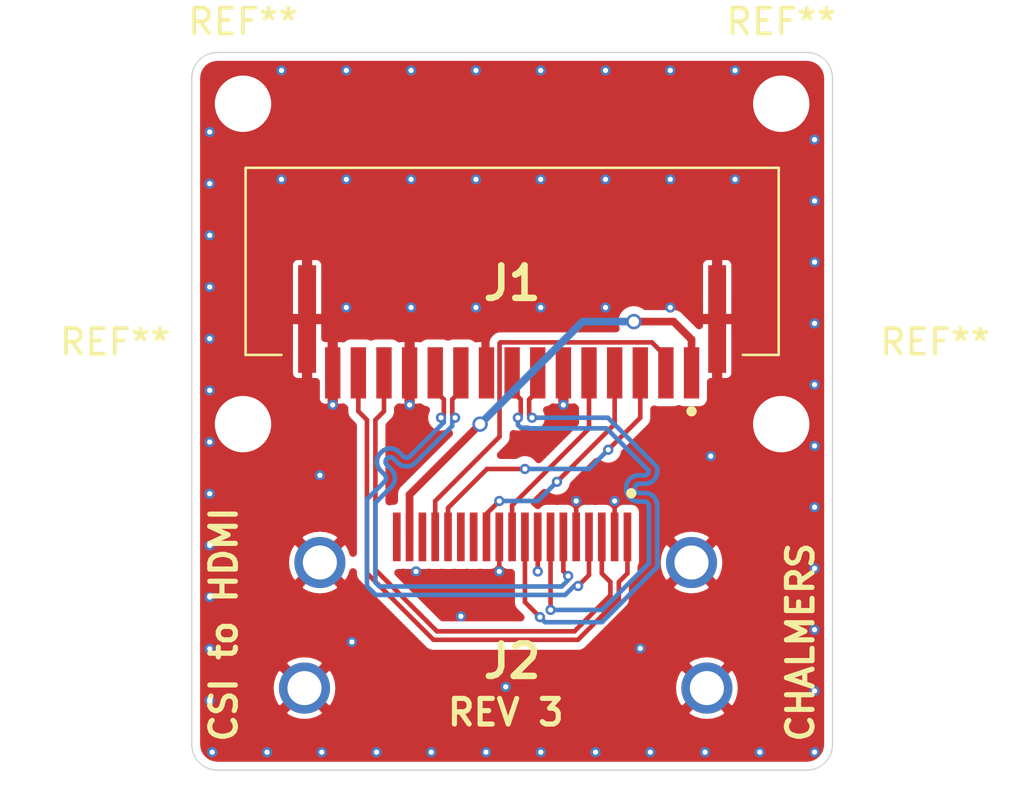
<source format=kicad_pcb>
(kicad_pcb (version 20171130) (host pcbnew "(5.1.6)-1")

  (general
    (thickness 1.6)
    (drawings 11)
    (tracks 320)
    (zones 0)
    (modules 6)
    (nets 13)
  )

  (page A4)
  (layers
    (0 F.Cu signal)
    (1 In1.Cu signal)
    (2 In2.Cu signal)
    (31 B.Cu signal)
    (32 B.Adhes user)
    (33 F.Adhes user)
    (34 B.Paste user)
    (35 F.Paste user)
    (36 B.SilkS user)
    (37 F.SilkS user)
    (38 B.Mask user)
    (39 F.Mask user)
    (40 Dwgs.User user)
    (41 Cmts.User user)
    (42 Eco1.User user)
    (43 Eco2.User user)
    (44 Edge.Cuts user)
    (45 Margin user)
    (46 B.CrtYd user)
    (47 F.CrtYd user)
    (48 B.Fab user)
    (49 F.Fab user)
  )

  (setup
    (last_trace_width 0.18)
    (user_trace_width 0.3)
    (trace_clearance 0.1)
    (zone_clearance 0.3)
    (zone_45_only no)
    (trace_min 0.1)
    (via_size 0.4)
    (via_drill 0.2)
    (via_min_size 0.4)
    (via_min_drill 0.2)
    (user_via 0.6 0.4)
    (uvia_size 0.3)
    (uvia_drill 0.1)
    (uvias_allowed no)
    (uvia_min_size 0.2)
    (uvia_min_drill 0.1)
    (edge_width 0.05)
    (segment_width 0.2)
    (pcb_text_width 0.3)
    (pcb_text_size 1.5 1.5)
    (mod_edge_width 0.12)
    (mod_text_size 1 1)
    (mod_text_width 0.15)
    (pad_size 2.2 2.2)
    (pad_drill 2.2)
    (pad_to_mask_clearance 0.05)
    (aux_axis_origin 0 0)
    (visible_elements 7FFFFFFF)
    (pcbplotparams
      (layerselection 0x010fc_ffffffff)
      (usegerberextensions false)
      (usegerberattributes true)
      (usegerberadvancedattributes true)
      (creategerberjobfile true)
      (excludeedgelayer true)
      (linewidth 0.100000)
      (plotframeref false)
      (viasonmask false)
      (mode 1)
      (useauxorigin false)
      (hpglpennumber 1)
      (hpglpenspeed 20)
      (hpglpendiameter 15.000000)
      (psnegative false)
      (psa4output false)
      (plotreference true)
      (plotvalue true)
      (plotinvisibletext false)
      (padsonsilk false)
      (subtractmaskfromsilk false)
      (outputformat 1)
      (mirror false)
      (drillshape 1)
      (scaleselection 1)
      (outputdirectory ""))
  )

  (net 0 "")
  (net 1 GND)
  (net 2 /CAM_3V3)
  (net 3 /CAM_SDA)
  (net 4 /CAM_SCL)
  (net 5 /CAM_IO1)
  (net 6 /CAM_IO0)
  (net 7 /CAM_CK_P)
  (net 8 /CAM_CK_N)
  (net 9 /CAM_D1_P)
  (net 10 /CAM_D1_N)
  (net 11 /CAM-D0_P)
  (net 12 /CAM-D0_N)

  (net_class Default "This is the default net class."
    (clearance 0.1)
    (trace_width 0.18)
    (via_dia 0.4)
    (via_drill 0.2)
    (uvia_dia 0.3)
    (uvia_drill 0.1)
    (diff_pair_width 0.18)
    (diff_pair_gap 0.15)
    (add_net /CAM-D0_N)
    (add_net /CAM-D0_P)
    (add_net /CAM_3V3)
    (add_net /CAM_CK_N)
    (add_net /CAM_CK_P)
    (add_net /CAM_D1_N)
    (add_net /CAM_D1_P)
    (add_net /CAM_IO0)
    (add_net /CAM_IO1)
    (add_net /CAM_SCL)
    (add_net /CAM_SDA)
    (add_net GND)
  )

  (module MountingHole:MountingHole_2.2mm_M2 (layer F.Cu) (tedit 56D1B4CB) (tstamp 5F2199E0)
    (at 123 114.5)
    (descr "Mounting Hole 2.2mm, no annular, M2")
    (tags "mounting hole 2.2mm no annular m2")
    (attr virtual)
    (fp_text reference REF** (at 6 -3.2) (layer F.SilkS)
      (effects (font (size 1 1) (thickness 0.15)))
    )
    (fp_text value MountingHole_2.2mm_M2 (at 0 3.2) (layer F.Fab)
      (effects (font (size 1 1) (thickness 0.15)))
    )
    (fp_circle (center 0 0) (end 2.2 0) (layer Cmts.User) (width 0.15))
    (fp_circle (center 0 0) (end 2.45 0) (layer F.CrtYd) (width 0.05))
    (fp_text user %R (at 0.3 0) (layer F.Fab)
      (effects (font (size 1 1) (thickness 0.15)))
    )
    (pad 1 np_thru_hole circle (at 0 0) (size 2.2 2.2) (drill 2.2) (layers *.Cu *.Mask))
  )

  (module MountingHole:MountingHole_2.2mm_M2 (layer F.Cu) (tedit 56D1B4CB) (tstamp 5F2199D2)
    (at 102 114.5)
    (descr "Mounting Hole 2.2mm, no annular, M2")
    (tags "mounting hole 2.2mm no annular m2")
    (attr virtual)
    (fp_text reference REF** (at -5 -3.2) (layer F.SilkS)
      (effects (font (size 1 1) (thickness 0.15)))
    )
    (fp_text value MountingHole_2.2mm_M2 (at 0 3.2) (layer F.Fab)
      (effects (font (size 1 1) (thickness 0.15)))
    )
    (fp_circle (center 0 0) (end 2.45 0) (layer F.CrtYd) (width 0.05))
    (fp_circle (center 0 0) (end 2.2 0) (layer Cmts.User) (width 0.15))
    (fp_text user %R (at 0.3 0) (layer F.Fab)
      (effects (font (size 1 1) (thickness 0.15)))
    )
    (pad 1 np_thru_hole circle (at 0 0) (size 2.2 2.2) (drill 2.2) (layers *.Cu *.Mask))
  )

  (module MountingHole:MountingHole_2.2mm_M2 (layer F.Cu) (tedit 56D1B4CB) (tstamp 5F2199C4)
    (at 123 102)
    (descr "Mounting Hole 2.2mm, no annular, M2")
    (tags "mounting hole 2.2mm no annular m2")
    (attr virtual)
    (fp_text reference REF** (at 0 -3.2) (layer F.SilkS)
      (effects (font (size 1 1) (thickness 0.15)))
    )
    (fp_text value MountingHole_2.2mm_M2 (at 0 3.2) (layer F.Fab)
      (effects (font (size 1 1) (thickness 0.15)))
    )
    (fp_circle (center 0 0) (end 2.2 0) (layer Cmts.User) (width 0.15))
    (fp_circle (center 0 0) (end 2.45 0) (layer F.CrtYd) (width 0.05))
    (fp_text user %R (at 0.3 0) (layer F.Fab)
      (effects (font (size 1 1) (thickness 0.15)))
    )
    (pad 1 np_thru_hole circle (at 0 0) (size 2.2 2.2) (drill 2.2) (layers *.Cu *.Mask))
  )

  (module MountingHole:MountingHole_2.2mm_M2 (layer F.Cu) (tedit 56D1B4CB) (tstamp 5F2199BB)
    (at 102 102)
    (descr "Mounting Hole 2.2mm, no annular, M2")
    (tags "mounting hole 2.2mm no annular m2")
    (attr virtual)
    (fp_text reference REF** (at 0 -3.2) (layer F.SilkS)
      (effects (font (size 1 1) (thickness 0.15)))
    )
    (fp_text value MountingHole_2.2mm_M2 (at 0 3.2) (layer F.Fab)
      (effects (font (size 1 1) (thickness 0.15)))
    )
    (fp_circle (center 0 0) (end 2.45 0) (layer F.CrtYd) (width 0.05))
    (fp_circle (center 0 0) (end 2.2 0) (layer Cmts.User) (width 0.15))
    (fp_text user %R (at 0.3 0) (layer F.Fab)
      (effects (font (size 1 1) (thickness 0.15)))
    )
    (pad 1 np_thru_hole circle (at 0 0) (size 2.2 2.2) (drill 2.2) (layers *.Cu *.Mask))
  )

  (module local:SFW15R2STE1LF (layer F.Cu) (tedit 5EEE3F04) (tstamp 5EEE9985)
    (at 112.5 108.5 180)
    (descr SFW15R-2STE1LF-2)
    (tags Connector)
    (path /5EEF2C9F)
    (attr smd)
    (fp_text reference J1 (at 0 -0.5) (layer F.SilkS)
      (effects (font (size 1.27 1.27) (thickness 0.254)))
    )
    (fp_text value Conn_01x15_MountingPin (at 0 2) (layer F.SilkS) hide
      (effects (font (size 1.27 1.27) (thickness 0.254)))
    )
    (fp_line (start -6.9 -5.5) (end -6.9 -5.5) (layer F.SilkS) (width 0.2))
    (fp_line (start -7.1 -5.5) (end -7.1 -5.5) (layer F.SilkS) (width 0.2))
    (fp_line (start 10.4 -3.3) (end 9 -3.3) (layer F.SilkS) (width 0.1))
    (fp_line (start 10.4 4) (end 10.4 -3.3) (layer F.SilkS) (width 0.1))
    (fp_line (start -10.4 4) (end 10.4 4) (layer F.SilkS) (width 0.1))
    (fp_line (start -10.4 -3.3) (end -10.4 4) (layer F.SilkS) (width 0.1))
    (fp_line (start -9 -3.3) (end -10.4 -3.3) (layer F.SilkS) (width 0.1))
    (fp_line (start -11.4 5) (end -11.4 -6) (layer F.CrtYd) (width 0.1))
    (fp_line (start 11.4 5) (end -11.4 5) (layer F.CrtYd) (width 0.1))
    (fp_line (start 11.4 -6) (end 11.4 5) (layer F.CrtYd) (width 0.1))
    (fp_line (start -11.4 -6) (end 11.4 -6) (layer F.CrtYd) (width 0.1))
    (fp_line (start -10.4 4) (end -10.4 -3.3) (layer F.Fab) (width 0.2))
    (fp_line (start 10.4 4) (end -10.4 4) (layer F.Fab) (width 0.2))
    (fp_line (start 10.4 -3.3) (end 10.4 4) (layer F.Fab) (width 0.2))
    (fp_line (start -10.4 -3.3) (end 10.4 -3.3) (layer F.Fab) (width 0.2))
    (fp_arc (start -7 -5.5) (end -6.9 -5.5) (angle 180) (layer F.SilkS) (width 0.2))
    (fp_arc (start -7 -5.5) (end -7.1 -5.5) (angle 180) (layer F.SilkS) (width 0.2))
    (fp_text user %R (at 0 -0.5) (layer F.Fab)
      (effects (font (size 1.27 1.27) (thickness 0.254)))
    )
    (pad MP smd rect (at 8 -1.9 180) (size 0.7 4.2) (layers F.Cu F.Paste F.Mask)
      (net 1 GND))
    (pad MP smd rect (at -8 -1.9 180) (size 0.7 4.2) (layers F.Cu F.Paste F.Mask)
      (net 1 GND))
    (pad 15 smd rect (at 7 -4 180) (size 0.6 2) (layers F.Cu F.Paste F.Mask)
      (net 1 GND))
    (pad 14 smd rect (at 6 -4 180) (size 0.6 2) (layers F.Cu F.Paste F.Mask)
      (net 12 /CAM-D0_N))
    (pad 13 smd rect (at 5 -4 180) (size 0.6 2) (layers F.Cu F.Paste F.Mask)
      (net 11 /CAM-D0_P))
    (pad 12 smd rect (at 4 -4 180) (size 0.6 2) (layers F.Cu F.Paste F.Mask)
      (net 1 GND))
    (pad 11 smd rect (at 3 -4 180) (size 0.6 2) (layers F.Cu F.Paste F.Mask)
      (net 10 /CAM_D1_N))
    (pad 10 smd rect (at 2 -4 180) (size 0.6 2) (layers F.Cu F.Paste F.Mask)
      (net 9 /CAM_D1_P))
    (pad 9 smd rect (at 1 -4 180) (size 0.6 2) (layers F.Cu F.Paste F.Mask)
      (net 1 GND))
    (pad 8 smd rect (at 0 -4 180) (size 0.6 2) (layers F.Cu F.Paste F.Mask)
      (net 8 /CAM_CK_N))
    (pad 7 smd rect (at -1 -4 180) (size 0.6 2) (layers F.Cu F.Paste F.Mask)
      (net 7 /CAM_CK_P))
    (pad 6 smd rect (at -2 -4 180) (size 0.6 2) (layers F.Cu F.Paste F.Mask)
      (net 1 GND))
    (pad 5 smd rect (at -3 -4 180) (size 0.6 2) (layers F.Cu F.Paste F.Mask)
      (net 6 /CAM_IO0))
    (pad 4 smd rect (at -4 -4 180) (size 0.6 2) (layers F.Cu F.Paste F.Mask)
      (net 5 /CAM_IO1))
    (pad 3 smd rect (at -5 -4 180) (size 0.6 2) (layers F.Cu F.Paste F.Mask)
      (net 4 /CAM_SCL))
    (pad 2 smd rect (at -6 -4 180) (size 0.6 2) (layers F.Cu F.Paste F.Mask)
      (net 3 /CAM_SDA))
    (pad 1 smd rect (at -7 -4 180) (size 0.6 2) (layers F.Cu F.Paste F.Mask)
      (net 2 /CAM_3V3))
    (model SFW15R-2STE1LF.stp
      (at (xyz 0 0 0))
      (scale (xyz 1 1 1))
      (rotate (xyz 0 0 0))
    )
    (model ${KIPRJMOD}/lib/local.3dshapes/SFW15R-2STE1LF.stp
      (at (xyz 0 0 0))
      (scale (xyz 1 1 1))
      (rotate (xyz 0 0 0))
    )
  )

  (module local:10029449001RLF (layer F.Cu) (tedit 5EEF37E1) (tstamp 5EEFA8C7)
    (at 112.5 122.75)
    (descr 10029449-001RLF_1)
    (tags Connector)
    (path /5EEF45F1)
    (fp_text reference J2 (at 0 1) (layer F.SilkS)
      (effects (font (size 1.27 1.27) (thickness 0.254)))
    )
    (fp_text value Conn_01x19_MountingPin (at 0 4) (layer F.SilkS) hide
      (effects (font (size 1.27 1.27) (thickness 0.254)))
    )
    (fp_line (start -7.751 -3.4) (end 7.249 -3.4) (layer F.Fab) (width 0.2))
    (fp_line (start 7.249 -3.4) (end 7.249 5.6) (layer F.Fab) (width 0.2))
    (fp_line (start 7.249 5.6) (end -7.751 5.6) (layer F.Fab) (width 0.2))
    (fp_line (start -7.751 5.6) (end -7.751 -3.4) (layer F.Fab) (width 0.2))
    (fp_line (start -9.848 -6.6) (end 9.848 -6.6) (layer F.CrtYd) (width 0.1))
    (fp_line (start 9.848 -6.6) (end 9.848 6.6) (layer F.CrtYd) (width 0.1))
    (fp_line (start 9.848 6.6) (end -9.848 6.6) (layer F.CrtYd) (width 0.1))
    (fp_line (start -9.848 6.6) (end -9.848 -6.6) (layer F.CrtYd) (width 0.1))
    (fp_line (start 4.649 -5.5) (end 4.649 -5.5) (layer F.SilkS) (width 0.3))
    (fp_line (start 4.649 -5.6) (end 4.649 -5.6) (layer F.SilkS) (width 0.3))
    (fp_arc (start 4.6495 -5.55) (end 4.649 -5.6) (angle -180) (layer F.SilkS) (width 0.3))
    (fp_arc (start 4.6495 -5.55) (end 4.649 -5.5) (angle -180) (layer F.SilkS) (width 0.3))
    (fp_text user %R (at 0 -1) (layer F.Fab)
      (effects (font (size 1.27 1.27) (thickness 0.254)))
    )
    (pad MP thru_hole circle (at 7.599 2.05) (size 1.995 1.995) (drill 1.33) (layers *.Cu *.Mask)
      (net 1 GND))
    (pad MP thru_hole circle (at -8.101 2.05) (size 1.995 1.995) (drill 1.33) (layers *.Cu *.Mask)
      (net 1 GND))
    (pad MP thru_hole circle (at 6.999 -2.85) (size 1.995 1.995) (drill 1.33) (layers *.Cu *.Mask)
      (net 1 GND))
    (pad MP thru_hole circle (at -7.501 -2.85) (size 1.995 1.995) (drill 1.33) (layers *.Cu *.Mask)
      (net 1 GND))
    (pad 19 smd rect (at -4.501 -3.85) (size 0.3 1.9) (layers F.Cu F.Paste F.Mask))
    (pad 18 smd rect (at -4.001 -3.85) (size 0.3 1.9) (layers F.Cu F.Paste F.Mask)
      (net 2 /CAM_3V3))
    (pad 17 smd rect (at -3.501 -3.85) (size 0.3 1.9) (layers F.Cu F.Paste F.Mask))
    (pad 16 smd rect (at -3.001 -3.85) (size 0.3 1.9) (layers F.Cu F.Paste F.Mask)
      (net 3 /CAM_SDA))
    (pad 15 smd rect (at -2.501 -3.85) (size 0.3 1.9) (layers F.Cu F.Paste F.Mask)
      (net 4 /CAM_SCL))
    (pad 14 smd rect (at -2.001 -3.85) (size 0.3 1.9) (layers F.Cu F.Paste F.Mask))
    (pad 13 smd rect (at -1.501 -3.85) (size 0.3 1.9) (layers F.Cu F.Paste F.Mask))
    (pad 12 smd rect (at -1.001 -3.85) (size 0.3 1.9) (layers F.Cu F.Paste F.Mask)
      (net 5 /CAM_IO1))
    (pad 11 smd rect (at -0.501 -3.85) (size 0.3 1.9) (layers F.Cu F.Paste F.Mask)
      (net 1 GND))
    (pad 10 smd rect (at -0.001 -3.85) (size 0.3 1.9) (layers F.Cu F.Paste F.Mask)
      (net 6 /CAM_IO0))
    (pad 9 smd rect (at 0.499 -3.85) (size 0.3 1.9) (layers F.Cu F.Paste F.Mask)
      (net 7 /CAM_CK_P))
    (pad 8 smd rect (at 0.999 -3.85) (size 0.3 1.9) (layers F.Cu F.Paste F.Mask)
      (net 1 GND))
    (pad 7 smd rect (at 1.499 -3.85) (size 0.3 1.9) (layers F.Cu F.Paste F.Mask)
      (net 8 /CAM_CK_N))
    (pad 6 smd rect (at 1.999 -3.85) (size 0.3 1.9) (layers F.Cu F.Paste F.Mask)
      (net 9 /CAM_D1_P))
    (pad 5 smd rect (at 2.499 -3.85) (size 0.3 1.9) (layers F.Cu F.Paste F.Mask)
      (net 1 GND))
    (pad 4 smd rect (at 2.999 -3.85) (size 0.3 1.9) (layers F.Cu F.Paste F.Mask)
      (net 10 /CAM_D1_N))
    (pad 3 smd rect (at 3.499 -3.85) (size 0.3 1.9) (layers F.Cu F.Paste F.Mask)
      (net 11 /CAM-D0_P))
    (pad 2 smd rect (at 3.999 -3.85) (size 0.3 1.9) (layers F.Cu F.Paste F.Mask)
      (net 1 GND))
    (pad 1 smd rect (at 4.499 -3.85) (size 0.3 1.9) (layers F.Cu F.Paste F.Mask)
      (net 12 /CAM-D0_N))
    (model 10029449-001RLF.stp
      (at (xyz 0 0 0))
      (scale (xyz 1 1 1))
      (rotate (xyz 0 0 0))
    )
    (model ${KIPRJMOD}/lib/local.3dshapes/10029449-001RLF.stp
      (at (xyz 0 0 0))
      (scale (xyz 1 1 1))
      (rotate (xyz 0 0 0))
    )
  )

  (gr_text "REV 3" (at 112.25 125.75) (layer F.SilkS) (tstamp 5F219C93)
    (effects (font (size 1 1) (thickness 0.2)))
  )
  (gr_text CHALMERS (at 123.75 127 90) (layer F.SilkS) (tstamp 5F09F229)
    (effects (font (size 1 1) (thickness 0.2)) (justify left))
  )
  (gr_text "CSI to HDMI" (at 101.25 127 90) (layer F.SilkS)
    (effects (font (size 1 1) (thickness 0.2)) (justify left))
  )
  (gr_line (start 100 127) (end 100 101) (layer Edge.Cuts) (width 0.05) (tstamp 5EEFB3C6))
  (gr_line (start 124 128) (end 101 128) (layer Edge.Cuts) (width 0.05) (tstamp 5EEFB3C5))
  (gr_line (start 125 101) (end 125 127) (layer Edge.Cuts) (width 0.05) (tstamp 5EEFB3C4))
  (gr_line (start 101 100) (end 124 100) (layer Edge.Cuts) (width 0.05) (tstamp 5EEFB3C3))
  (gr_arc (start 124 127) (end 124 128) (angle -90) (layer Edge.Cuts) (width 0.05))
  (gr_arc (start 124 101) (end 125 101) (angle -90) (layer Edge.Cuts) (width 0.05))
  (gr_arc (start 101 101) (end 101 100) (angle -90) (layer Edge.Cuts) (width 0.05))
  (gr_arc (start 101 127) (end 100 127) (angle -90) (layer Edge.Cuts) (width 0.05))

  (via (at 121.2 104.95) (size 0.4) (drill 0.2) (layers F.Cu B.Cu) (net 1) (tstamp 5F09F257))
  (via (at 118.671426 104.95) (size 0.4) (drill 0.2) (layers F.Cu B.Cu) (net 1) (tstamp 5F09F258))
  (via (at 108.557142 104.95) (size 0.4) (drill 0.2) (layers F.Cu B.Cu) (net 1) (tstamp 5F09F259))
  (via (at 116.142855 104.95) (size 0.4) (drill 0.2) (layers F.Cu B.Cu) (net 1) (tstamp 5F09F25A))
  (via (at 113.614284 104.95) (size 0.4) (drill 0.2) (layers F.Cu B.Cu) (net 1) (tstamp 5F09F25B))
  (via (at 106.028571 104.95) (size 0.4) (drill 0.2) (layers F.Cu B.Cu) (net 1) (tstamp 5F09F25C))
  (via (at 103.5 104.95) (size 0.4) (drill 0.2) (layers F.Cu B.Cu) (net 1) (tstamp 5F09F25D))
  (via (at 111.085713 104.95) (size 0.4) (drill 0.2) (layers F.Cu B.Cu) (net 1) (tstamp 5F09F25E))
  (via (at 118.671426 109.95) (size 0.4) (drill 0.2) (layers F.Cu B.Cu) (net 1) (tstamp 5F09F258))
  (via (at 108.557142 109.95) (size 0.4) (drill 0.2) (layers F.Cu B.Cu) (net 1) (tstamp 5F09F259))
  (via (at 116.142855 109.95) (size 0.4) (drill 0.2) (layers F.Cu B.Cu) (net 1) (tstamp 5F09F25A))
  (via (at 113.614284 109.95) (size 0.4) (drill 0.2) (layers F.Cu B.Cu) (net 1) (tstamp 5F09F25B))
  (via (at 106.028571 109.95) (size 0.4) (drill 0.2) (layers F.Cu B.Cu) (net 1) (tstamp 5F09F25C))
  (via (at 111.085713 109.95) (size 0.4) (drill 0.2) (layers F.Cu B.Cu) (net 1) (tstamp 5F09F25E))
  (via (at 100.8 127.3) (size 0.4) (drill 0.2) (layers F.Cu B.Cu) (net 1))
  (via (at 102.936363 127.3) (size 0.4) (drill 0.2) (layers F.Cu B.Cu) (net 1))
  (via (at 105.072726 127.3) (size 0.4) (drill 0.2) (layers F.Cu B.Cu) (net 1))
  (via (at 107.209089 127.3) (size 0.4) (drill 0.2) (layers F.Cu B.Cu) (net 1))
  (via (at 109.345452 127.3) (size 0.4) (drill 0.2) (layers F.Cu B.Cu) (net 1))
  (via (at 111.481815 127.3) (size 0.4) (drill 0.2) (layers F.Cu B.Cu) (net 1))
  (via (at 113.618178 127.3) (size 0.4) (drill 0.2) (layers F.Cu B.Cu) (net 1))
  (via (at 115.754541 127.3) (size 0.4) (drill 0.2) (layers F.Cu B.Cu) (net 1))
  (via (at 117.890904 127.3) (size 0.4) (drill 0.2) (layers F.Cu B.Cu) (net 1))
  (via (at 120.027267 127.3) (size 0.4) (drill 0.2) (layers F.Cu B.Cu) (net 1))
  (via (at 122.16363 127.3) (size 0.4) (drill 0.2) (layers F.Cu B.Cu) (net 1))
  (via (at 124.3 127.3) (size 0.4) (drill 0.2) (layers F.Cu B.Cu) (net 1))
  (via (at 124.3 124.91) (size 0.4) (drill 0.2) (layers F.Cu B.Cu) (net 1))
  (via (at 124.3 122.52) (size 0.4) (drill 0.2) (layers F.Cu B.Cu) (net 1))
  (via (at 124.3 120.13) (size 0.4) (drill 0.2) (layers F.Cu B.Cu) (net 1))
  (via (at 124.3 117.74) (size 0.4) (drill 0.2) (layers F.Cu B.Cu) (net 1))
  (via (at 124.3 115.35) (size 0.4) (drill 0.2) (layers F.Cu B.Cu) (net 1))
  (via (at 124.3 112.96) (size 0.4) (drill 0.2) (layers F.Cu B.Cu) (net 1))
  (via (at 124.3 110.57) (size 0.4) (drill 0.2) (layers F.Cu B.Cu) (net 1))
  (via (at 124.3 108.18) (size 0.4) (drill 0.2) (layers F.Cu B.Cu) (net 1))
  (via (at 124.3 105.79) (size 0.4) (drill 0.2) (layers F.Cu B.Cu) (net 1))
  (via (at 124.3 103.4) (size 0.4) (drill 0.2) (layers F.Cu B.Cu) (net 1))
  (via (at 121.2 100.7) (size 0.4) (drill 0.2) (layers F.Cu B.Cu) (net 1))
  (via (at 118.671426 100.7) (size 0.4) (drill 0.2) (layers F.Cu B.Cu) (net 1))
  (via (at 116.142855 100.7) (size 0.4) (drill 0.2) (layers F.Cu B.Cu) (net 1))
  (via (at 113.614284 100.7) (size 0.4) (drill 0.2) (layers F.Cu B.Cu) (net 1))
  (via (at 111.085713 100.7) (size 0.4) (drill 0.2) (layers F.Cu B.Cu) (net 1))
  (via (at 108.557142 100.7) (size 0.4) (drill 0.2) (layers F.Cu B.Cu) (net 1))
  (via (at 106.028571 100.7) (size 0.4) (drill 0.2) (layers F.Cu B.Cu) (net 1))
  (via (at 103.5 100.7) (size 0.4) (drill 0.2) (layers F.Cu B.Cu) (net 1))
  (via (at 100.7 103.1) (size 0.4) (drill 0.2) (layers F.Cu B.Cu) (net 1))
  (via (at 100.7 105.116666) (size 0.4) (drill 0.2) (layers F.Cu B.Cu) (net 1))
  (via (at 100.7 107.133332) (size 0.4) (drill 0.2) (layers F.Cu B.Cu) (net 1))
  (via (at 100.7 109.149998) (size 0.4) (drill 0.2) (layers F.Cu B.Cu) (net 1))
  (via (at 100.7 111.166664) (size 0.4) (drill 0.2) (layers F.Cu B.Cu) (net 1))
  (via (at 100.7 113.18333) (size 0.4) (drill 0.2) (layers F.Cu B.Cu) (net 1))
  (via (at 100.7 115.199996) (size 0.4) (drill 0.2) (layers F.Cu B.Cu) (net 1))
  (via (at 100.7 117.216662) (size 0.4) (drill 0.2) (layers F.Cu B.Cu) (net 1))
  (via (at 100.7 119.233328) (size 0.4) (drill 0.2) (layers F.Cu B.Cu) (net 1))
  (via (at 100.7 121.249994) (size 0.4) (drill 0.2) (layers F.Cu B.Cu) (net 1))
  (via (at 100.7 123.26666) (size 0.4) (drill 0.2) (layers F.Cu B.Cu) (net 1))
  (via (at 100.7 125.283326) (size 0.4) (drill 0.2) (layers F.Cu B.Cu) (net 1))
  (via (at 116.5 117.5) (size 0.4) (drill 0.2) (layers F.Cu B.Cu) (net 1))
  (via (at 115 117.5) (size 0.4) (drill 0.2) (layers F.Cu B.Cu) (net 1))
  (via (at 114.5 113.75) (size 0.4) (drill 0.2) (layers F.Cu B.Cu) (net 1))
  (via (at 108.5 113.75) (size 0.4) (drill 0.2) (layers F.Cu B.Cu) (net 1))
  (via (at 105.5 113.75) (size 0.4) (drill 0.2) (layers F.Cu B.Cu) (net 1))
  (segment (start 115 118.899) (end 114.999 118.9) (width 0.18) (layer F.Cu) (net 1))
  (segment (start 115 117.5) (end 115 118.899) (width 0.18) (layer F.Cu) (net 1))
  (segment (start 116.5 118.899) (end 116.499 118.9) (width 0.18) (layer F.Cu) (net 1))
  (segment (start 116.5 117.5) (end 116.5 118.899) (width 0.18) (layer F.Cu) (net 1))
  (via (at 112 120.25) (size 0.4) (drill 0.2) (layers F.Cu B.Cu) (net 1))
  (via (at 113.5 120.25) (size 0.4) (drill 0.2) (layers F.Cu B.Cu) (net 1))
  (via (at 108.75 120.25) (size 0.4) (drill 0.2) (layers F.Cu B.Cu) (net 1))
  (via (at 110.5 122) (size 0.4) (drill 0.2) (layers F.Cu B.Cu) (net 1))
  (via (at 106.25 123) (size 0.4) (drill 0.2) (layers F.Cu B.Cu) (net 1))
  (via (at 117.5 123.25) (size 0.4) (drill 0.2) (layers F.Cu B.Cu) (net 1))
  (via (at 112.25 124.75) (size 0.4) (drill 0.2) (layers F.Cu B.Cu) (net 1))
  (via (at 105 116.5) (size 0.4) (drill 0.2) (layers F.Cu B.Cu) (net 1))
  (via (at 120.25 115.75) (size 0.4) (drill 0.2) (layers F.Cu B.Cu) (net 1))
  (segment (start 112 118.901) (end 111.999 118.9) (width 0.18) (layer F.Cu) (net 1))
  (segment (start 112 120.25) (end 112 118.901) (width 0.18) (layer F.Cu) (net 1))
  (segment (start 113.5 118.901) (end 113.499 118.9) (width 0.18) (layer F.Cu) (net 1))
  (segment (start 113.5 120.25) (end 113.5 118.901) (width 0.18) (layer F.Cu) (net 1))
  (via (at 111.25 114.5) (size 0.6) (drill 0.4) (layers F.Cu B.Cu) (net 2))
  (segment (start 108.499 118.9) (end 108.499 117.251) (width 0.3) (layer F.Cu) (net 2))
  (segment (start 108.499 117.251) (end 111.25 114.5) (width 0.3) (layer F.Cu) (net 2))
  (via (at 117.25 110.5) (size 0.6) (drill 0.4) (layers F.Cu B.Cu) (net 2))
  (segment (start 111.25 114.5) (end 115.25 110.5) (width 0.3) (layer B.Cu) (net 2))
  (segment (start 115.25 110.5) (end 117.25 110.5) (width 0.3) (layer B.Cu) (net 2))
  (segment (start 119.5 111.2) (end 119.5 112.5) (width 0.3) (layer F.Cu) (net 2))
  (segment (start 118.8 110.5) (end 119.5 111.2) (width 0.3) (layer F.Cu) (net 2))
  (segment (start 117.25 110.5) (end 118.8 110.5) (width 0.3) (layer F.Cu) (net 2))
  (segment (start 109.499 118.9) (end 109.499 117.501) (width 0.18) (layer F.Cu) (net 3))
  (segment (start 118.5 111.857998) (end 118.5 112.5) (width 0.18) (layer F.Cu) (net 3))
  (segment (start 117.952001 111.309999) (end 118.5 111.857998) (width 0.18) (layer F.Cu) (net 3))
  (segment (start 112.047999 111.309999) (end 117.952001 111.309999) (width 0.18) (layer F.Cu) (net 3))
  (segment (start 112.009999 114.990001) (end 112.009999 111.347999) (width 0.18) (layer F.Cu) (net 3))
  (segment (start 112.009999 111.347999) (end 112.047999 111.309999) (width 0.18) (layer F.Cu) (net 3))
  (segment (start 109.499 117.501) (end 112.009999 114.990001) (width 0.18) (layer F.Cu) (net 3))
  (segment (start 111.519 116.25) (end 113 116.25) (width 0.18) (layer F.Cu) (net 4))
  (segment (start 109.999 118.9) (end 109.999 117.77) (width 0.18) (layer F.Cu) (net 4))
  (via (at 113 116.25) (size 0.4) (drill 0.2) (layers F.Cu B.Cu) (net 4))
  (segment (start 109.999 117.77) (end 111.519 116.25) (width 0.18) (layer F.Cu) (net 4))
  (via (at 116.25 115.5) (size 0.4) (drill 0.2) (layers F.Cu B.Cu) (net 4))
  (segment (start 113 116.25) (end 115.5 116.25) (width 0.18) (layer B.Cu) (net 4))
  (segment (start 115.5 116.25) (end 116.25 115.5) (width 0.18) (layer B.Cu) (net 4))
  (segment (start 117.5 114.25) (end 117.5 112.5) (width 0.18) (layer F.Cu) (net 4))
  (segment (start 116.25 115.5) (end 117.5 114.25) (width 0.18) (layer F.Cu) (net 4))
  (via (at 112 117.5) (size 0.4) (drill 0.2) (layers F.Cu B.Cu) (net 5))
  (segment (start 111.499 118.9) (end 111.499 118.001) (width 0.18) (layer F.Cu) (net 5))
  (segment (start 111.499 118.001) (end 112 117.5) (width 0.18) (layer F.Cu) (net 5))
  (segment (start 116.5 112.5) (end 116.5 114.50001) (width 0.18) (layer F.Cu) (net 5))
  (segment (start 112 117.5) (end 113.50001 117.5) (width 0.18) (layer B.Cu) (net 5))
  (segment (start 113.50001 117.5) (end 114.25001 116.75) (width 0.18) (layer B.Cu) (net 5))
  (via (at 114.25001 116.75) (size 0.4) (drill 0.2) (layers F.Cu B.Cu) (net 5))
  (segment (start 116.5 114.50001) (end 114.25001 116.75) (width 0.18) (layer F.Cu) (net 5))
  (segment (start 115.5 114.672798) (end 115.5 112.5) (width 0.18) (layer F.Cu) (net 6))
  (segment (start 112.499 118.9) (end 112.499 117.673798) (width 0.18) (layer F.Cu) (net 6))
  (segment (start 112.499 117.673798) (end 115.5 114.672798) (width 0.18) (layer F.Cu) (net 6))
  (segment (start 113.165 114.14) (end 113.275 114.25) (width 0.18) (layer F.Cu) (net 7))
  (segment (start 113.5 112.5) (end 113.5 113.2) (width 0.18) (layer F.Cu) (net 7))
  (via (at 113.275 114.25) (size 0.4) (drill 0.2) (layers F.Cu B.Cu) (net 7))
  (segment (start 113.5 113.2) (end 113.165 113.535) (width 0.18) (layer F.Cu) (net 7))
  (segment (start 113.165 113.535) (end 113.165 114.14) (width 0.18) (layer F.Cu) (net 7))
  (segment (start 112.999 121.442865) (end 113.584879 122.028744) (width 0.18) (layer F.Cu) (net 7))
  (via (at 113.584879 122.028744) (size 0.4) (drill 0.2) (layers F.Cu B.Cu) (net 7))
  (segment (start 112.999 118.9) (end 112.999 121.442865) (width 0.18) (layer F.Cu) (net 7))
  (segment (start 117.347279 117.149075) (end 117.381408 117.17052) (width 0.18) (layer B.Cu) (net 7))
  (segment (start 117.28402 116.968292) (end 117.279508 117.008346) (width 0.18) (layer B.Cu) (net 7))
  (segment (start 117.892963 116.780758) (end 117.791397 116.816298) (width 0.18) (layer B.Cu) (net 7))
  (segment (start 117.297333 116.930246) (end 117.28402 116.968292) (width 0.18) (layer B.Cu) (net 7))
  (segment (start 117.318778 116.896117) (end 117.297333 116.930246) (width 0.18) (layer B.Cu) (net 7))
  (segment (start 117.419454 116.832858) (end 117.381408 116.846171) (width 0.18) (layer B.Cu) (net 7))
  (segment (start 117.381408 116.846171) (end 117.347279 116.867616) (width 0.18) (layer B.Cu) (net 7))
  (segment (start 113.784878 122.228743) (end 113.584879 122.028744) (width 0.18) (layer B.Cu) (net 7))
  (segment (start 117.28402 117.048399) (end 117.297333 117.086445) (width 0.18) (layer B.Cu) (net 7))
  (segment (start 117.459508 116.828346) (end 117.419454 116.832858) (width 0.18) (layer B.Cu) (net 7))
  (segment (start 118.165 116.347815) (end 118.152952 116.454743) (width 0.18) (layer B.Cu) (net 7))
  (segment (start 118.152952 116.454743) (end 118.117412 116.556309) (width 0.18) (layer B.Cu) (net 7))
  (segment (start 118.165 120.068346) (end 116.004603 122.228743) (width 0.18) (layer B.Cu) (net 7))
  (segment (start 117.984075 117.293182) (end 118.060163 117.36927) (width 0.18) (layer B.Cu) (net 7))
  (segment (start 117.684469 116.828346) (end 117.459508 116.828346) (width 0.18) (layer B.Cu) (net 7))
  (segment (start 117.318778 117.120574) (end 117.347279 117.149075) (width 0.18) (layer B.Cu) (net 7))
  (segment (start 117.297333 117.086445) (end 117.318778 117.120574) (width 0.18) (layer B.Cu) (net 7))
  (segment (start 116.233346 114.25) (end 118.165 116.181654) (width 0.18) (layer B.Cu) (net 7))
  (segment (start 117.381408 117.17052) (end 117.419454 117.183833) (width 0.18) (layer B.Cu) (net 7))
  (segment (start 118.117412 116.556309) (end 118.060163 116.647421) (width 0.18) (layer B.Cu) (net 7))
  (segment (start 117.791397 116.816298) (end 117.684469 116.828346) (width 0.18) (layer B.Cu) (net 7))
  (segment (start 118.165 117.668876) (end 118.165 120.068346) (width 0.18) (layer B.Cu) (net 7))
  (segment (start 117.279508 117.008346) (end 117.28402 117.048399) (width 0.18) (layer B.Cu) (net 7))
  (segment (start 117.791397 117.200393) (end 117.892963 117.235933) (width 0.18) (layer B.Cu) (net 7))
  (segment (start 117.984075 116.723509) (end 117.892963 116.780758) (width 0.18) (layer B.Cu) (net 7))
  (segment (start 117.347279 116.867616) (end 117.318778 116.896117) (width 0.18) (layer B.Cu) (net 7))
  (segment (start 118.060163 116.647421) (end 117.984075 116.723509) (width 0.18) (layer B.Cu) (net 7))
  (segment (start 117.419454 117.183833) (end 117.459508 117.188346) (width 0.18) (layer B.Cu) (net 7))
  (segment (start 117.459508 117.188346) (end 117.684469 117.188346) (width 0.18) (layer B.Cu) (net 7))
  (segment (start 118.165 116.181654) (end 118.165 116.347815) (width 0.18) (layer B.Cu) (net 7))
  (segment (start 117.684469 117.188346) (end 117.791397 117.200393) (width 0.18) (layer B.Cu) (net 7))
  (segment (start 117.892963 117.235933) (end 117.984075 117.293182) (width 0.18) (layer B.Cu) (net 7))
  (segment (start 118.060163 117.36927) (end 118.117412 117.460382) (width 0.18) (layer B.Cu) (net 7))
  (segment (start 118.117412 117.460382) (end 118.152952 117.561948) (width 0.18) (layer B.Cu) (net 7))
  (segment (start 118.152952 117.561948) (end 118.165 117.668876) (width 0.18) (layer B.Cu) (net 7))
  (segment (start 116.004603 122.228743) (end 113.784878 122.228743) (width 0.18) (layer B.Cu) (net 7))
  (segment (start 113.275 114.25) (end 116.233346 114.25) (width 0.18) (layer B.Cu) (net 7))
  (segment (start 112.835 114.14) (end 112.725 114.25) (width 0.18) (layer F.Cu) (net 8))
  (segment (start 112.5 112.5) (end 112.5 113.2) (width 0.18) (layer F.Cu) (net 8))
  (segment (start 112.835 113.535) (end 112.835 114.14) (width 0.18) (layer F.Cu) (net 8))
  (segment (start 112.5 113.2) (end 112.835 113.535) (width 0.18) (layer F.Cu) (net 8))
  (via (at 112.725 114.25) (size 0.4) (drill 0.2) (layers F.Cu B.Cu) (net 8))
  (segment (start 113.999 121.74902) (end 113.99998 121.75) (width 0.18) (layer F.Cu) (net 8))
  (segment (start 113.999 118.9) (end 113.999 121.74902) (width 0.18) (layer F.Cu) (net 8))
  (via (at 113.99998 121.75) (size 0.4) (drill 0.2) (layers F.Cu B.Cu) (net 8))
  (segment (start 116.016654 121.75) (end 113.99998 121.75) (width 0.18) (layer B.Cu) (net 8))
  (segment (start 117.830487 117.658292) (end 117.835 117.698346) (width 0.18) (layer B.Cu) (net 8))
  (segment (start 117.817174 117.620246) (end 117.830487 117.658292) (width 0.18) (layer B.Cu) (net 8))
  (segment (start 117.767228 117.557616) (end 117.795729 117.586117) (width 0.18) (layer B.Cu) (net 8))
  (segment (start 117.695053 117.522858) (end 117.733099 117.536171) (width 0.18) (layer B.Cu) (net 8))
  (segment (start 117.655 117.518346) (end 117.695053 117.522858) (width 0.18) (layer B.Cu) (net 8))
  (segment (start 117.430038 117.518346) (end 117.655 117.518346) (width 0.18) (layer B.Cu) (net 8))
  (segment (start 117.32311 117.506298) (end 117.430038 117.518346) (width 0.18) (layer B.Cu) (net 8))
  (segment (start 117.221544 117.470758) (end 117.32311 117.506298) (width 0.18) (layer B.Cu) (net 8))
  (segment (start 117.130432 117.413509) (end 117.221544 117.470758) (width 0.18) (layer B.Cu) (net 8))
  (segment (start 117.835 119.931654) (end 116.016654 121.75) (width 0.18) (layer B.Cu) (net 8))
  (segment (start 116.961555 117.144743) (end 116.997095 117.246309) (width 0.18) (layer B.Cu) (net 8))
  (segment (start 116.949508 117.037815) (end 116.961555 117.144743) (width 0.18) (layer B.Cu) (net 8))
  (segment (start 117.835 117.698346) (end 117.835 119.931654) (width 0.18) (layer B.Cu) (net 8))
  (segment (start 116.949508 116.978876) (end 116.949508 117.037815) (width 0.18) (layer B.Cu) (net 8))
  (segment (start 116.961555 116.871948) (end 116.949508 116.978876) (width 0.18) (layer B.Cu) (net 8))
  (segment (start 116.997095 116.770382) (end 116.961555 116.871948) (width 0.18) (layer B.Cu) (net 8))
  (segment (start 117.054344 116.67927) (end 116.997095 116.770382) (width 0.18) (layer B.Cu) (net 8))
  (segment (start 117.054344 117.337421) (end 117.130432 117.413509) (width 0.18) (layer B.Cu) (net 8))
  (segment (start 117.221544 116.545933) (end 117.130432 116.603182) (width 0.18) (layer B.Cu) (net 8))
  (segment (start 117.32311 116.510393) (end 117.221544 116.545933) (width 0.18) (layer B.Cu) (net 8))
  (segment (start 117.430038 116.498346) (end 117.32311 116.510393) (width 0.18) (layer B.Cu) (net 8))
  (segment (start 117.655 116.498346) (end 117.430038 116.498346) (width 0.18) (layer B.Cu) (net 8))
  (segment (start 117.695053 116.493833) (end 117.655 116.498346) (width 0.18) (layer B.Cu) (net 8))
  (segment (start 117.733099 116.48052) (end 117.695053 116.493833) (width 0.18) (layer B.Cu) (net 8))
  (segment (start 117.767228 116.459075) (end 117.733099 116.48052) (width 0.18) (layer B.Cu) (net 8))
  (segment (start 117.795729 117.586117) (end 117.817174 117.620246) (width 0.18) (layer B.Cu) (net 8))
  (segment (start 112.832159 114.640001) (end 113.115001 114.640001) (width 0.18) (layer B.Cu) (net 8))
  (segment (start 116.997095 117.246309) (end 117.054344 117.337421) (width 0.18) (layer B.Cu) (net 8))
  (segment (start 117.830487 116.358399) (end 117.817174 116.396445) (width 0.18) (layer B.Cu) (net 8))
  (segment (start 116.181654 114.665) (end 117.835 116.318346) (width 0.18) (layer B.Cu) (net 8))
  (segment (start 117.130432 116.603182) (end 117.054344 116.67927) (width 0.18) (layer B.Cu) (net 8))
  (segment (start 112.725 114.25) (end 112.725 114.532842) (width 0.18) (layer B.Cu) (net 8))
  (segment (start 117.817174 116.396445) (end 117.795729 116.430574) (width 0.18) (layer B.Cu) (net 8))
  (segment (start 112.725 114.532842) (end 112.832159 114.640001) (width 0.18) (layer B.Cu) (net 8))
  (segment (start 113.115001 114.640001) (end 113.14 114.665) (width 0.18) (layer B.Cu) (net 8))
  (segment (start 117.733099 117.536171) (end 117.767228 117.557616) (width 0.18) (layer B.Cu) (net 8))
  (segment (start 113.14 114.665) (end 116.181654 114.665) (width 0.18) (layer B.Cu) (net 8))
  (segment (start 117.835 116.318346) (end 117.830487 116.358399) (width 0.18) (layer B.Cu) (net 8))
  (segment (start 117.795729 116.430574) (end 117.767228 116.459075) (width 0.18) (layer B.Cu) (net 8))
  (segment (start 110.165 114.14) (end 110.275 114.25) (width 0.18) (layer F.Cu) (net 9))
  (via (at 110.275 114.25) (size 0.4) (drill 0.2) (layers F.Cu B.Cu) (net 9))
  (segment (start 110.5 113.2) (end 110.165 113.535) (width 0.18) (layer F.Cu) (net 9))
  (segment (start 110.165 113.535) (end 110.165 114.14) (width 0.18) (layer F.Cu) (net 9))
  (segment (start 110.5 112.5) (end 110.5 113.2) (width 0.18) (layer F.Cu) (net 9))
  (via (at 114.685149 120.42648) (size 0.4) (drill 0.2) (layers F.Cu B.Cu) (net 9))
  (segment (start 114.499 120.240331) (end 114.499 118.9) (width 0.18) (layer F.Cu) (net 9))
  (segment (start 114.685149 120.42648) (end 114.499 120.240331) (width 0.18) (layer F.Cu) (net 9))
  (segment (start 110.165 114.36) (end 110.275 114.25) (width 0.18) (layer B.Cu) (net 9))
  (segment (start 110.165 114.568346) (end 110.165 114.36) (width 0.18) (layer B.Cu) (net 9))
  (segment (start 108.539757 116.126289) (end 108.636705 116.079601) (width 0.18) (layer B.Cu) (net 9))
  (segment (start 108.12539 116.079601) (end 108.222338 116.126289) (width 0.18) (layer B.Cu) (net 9))
  (segment (start 108.720834 116.01251) (end 110.165 114.568346) (width 0.18) (layer B.Cu) (net 9))
  (segment (start 108.041261 116.01251) (end 108.12539 116.079601) (width 0.18) (layer B.Cu) (net 9))
  (segment (start 107.871354 115.842603) (end 108.041261 116.01251) (width 0.18) (layer B.Cu) (net 9))
  (segment (start 107.83984 115.817472) (end 107.871354 115.842603) (width 0.18) (layer B.Cu) (net 9))
  (segment (start 107.764228 115.791014) (end 107.803525 115.799983) (width 0.18) (layer B.Cu) (net 9))
  (segment (start 107.803525 115.799983) (end 107.83984 115.817472) (width 0.18) (layer B.Cu) (net 9))
  (segment (start 107.723921 115.791014) (end 107.764228 115.791014) (width 0.18) (layer B.Cu) (net 9))
  (segment (start 108.636705 116.079601) (end 108.720834 116.01251) (width 0.18) (layer B.Cu) (net 9))
  (segment (start 107.924424 116.553051) (end 107.90048 116.448145) (width 0.18) (layer B.Cu) (net 9))
  (segment (start 107.90048 116.765563) (end 107.924424 116.660656) (width 0.18) (layer B.Cu) (net 9))
  (segment (start 114.685149 120.42648) (end 114.685149 120.582044) (width 0.18) (layer B.Cu) (net 9))
  (segment (start 107.786701 116.94664) (end 107.853792 116.862511) (width 0.18) (layer B.Cu) (net 9))
  (segment (start 108.327245 116.150233) (end 108.43485 116.150233) (width 0.18) (layer B.Cu) (net 9))
  (segment (start 107.591663 115.874116) (end 107.616795 115.842603) (width 0.18) (layer B.Cu) (net 9))
  (segment (start 108.43485 116.150233) (end 108.539757 116.126289) (width 0.18) (layer B.Cu) (net 9))
  (segment (start 107.165 117.568341) (end 107.786701 116.94664) (width 0.18) (layer B.Cu) (net 9))
  (segment (start 114.685149 120.582044) (end 114.432193 120.835) (width 0.18) (layer B.Cu) (net 9))
  (segment (start 114.432193 120.835) (end 107.318346 120.835) (width 0.18) (layer B.Cu) (net 9))
  (segment (start 108.222338 116.126289) (end 108.327245 116.150233) (width 0.18) (layer B.Cu) (net 9))
  (segment (start 107.165 120.681654) (end 107.165 117.568341) (width 0.18) (layer B.Cu) (net 9))
  (segment (start 107.616795 115.842603) (end 107.648309 115.817472) (width 0.18) (layer B.Cu) (net 9))
  (segment (start 107.924424 116.660656) (end 107.924424 116.553051) (width 0.18) (layer B.Cu) (net 9))
  (segment (start 107.574175 115.910431) (end 107.591663 115.874116) (width 0.18) (layer B.Cu) (net 9))
  (segment (start 107.318346 120.835) (end 107.165 120.681654) (width 0.18) (layer B.Cu) (net 9))
  (segment (start 107.853792 116.862511) (end 107.90048 116.765563) (width 0.18) (layer B.Cu) (net 9))
  (segment (start 107.786701 116.267067) (end 107.616795 116.097161) (width 0.18) (layer B.Cu) (net 9))
  (segment (start 107.90048 116.448145) (end 107.853792 116.351196) (width 0.18) (layer B.Cu) (net 9))
  (segment (start 107.591663 116.065647) (end 107.574175 116.029332) (width 0.18) (layer B.Cu) (net 9))
  (segment (start 107.853792 116.351196) (end 107.786701 116.267067) (width 0.18) (layer B.Cu) (net 9))
  (segment (start 107.684624 115.799983) (end 107.723921 115.791014) (width 0.18) (layer B.Cu) (net 9))
  (segment (start 107.574175 116.029332) (end 107.565206 115.990035) (width 0.18) (layer B.Cu) (net 9))
  (segment (start 107.616795 116.097161) (end 107.591663 116.065647) (width 0.18) (layer B.Cu) (net 9))
  (segment (start 107.565206 115.990035) (end 107.565206 115.949728) (width 0.18) (layer B.Cu) (net 9))
  (segment (start 107.565206 115.949728) (end 107.574175 115.910431) (width 0.18) (layer B.Cu) (net 9))
  (segment (start 107.648309 115.817472) (end 107.684624 115.799983) (width 0.18) (layer B.Cu) (net 9))
  (segment (start 109.835 114.14) (end 109.725 114.25) (width 0.18) (layer F.Cu) (net 10))
  (segment (start 109.835 113.535) (end 109.835 114.14) (width 0.18) (layer F.Cu) (net 10))
  (segment (start 109.5 113.2) (end 109.835 113.535) (width 0.18) (layer F.Cu) (net 10))
  (segment (start 109.5 112.5) (end 109.5 113.2) (width 0.18) (layer F.Cu) (net 10))
  (via (at 109.725 114.25) (size 0.4) (drill 0.2) (layers F.Cu B.Cu) (net 10))
  (via (at 115.074059 120.81539) (size 0.4) (drill 0.2) (layers F.Cu B.Cu) (net 10))
  (segment (start 115.499 120.390449) (end 115.499 118.9) (width 0.18) (layer F.Cu) (net 10))
  (segment (start 115.074059 120.81539) (end 115.499 120.390449) (width 0.18) (layer F.Cu) (net 10))
  (segment (start 109.835 114.36) (end 109.725 114.25) (width 0.18) (layer B.Cu) (net 10))
  (segment (start 108.508327 115.758327) (end 109.835 114.431654) (width 0.18) (layer B.Cu) (net 10))
  (segment (start 108.440498 115.800947) (end 108.476813 115.783458) (width 0.18) (layer B.Cu) (net 10))
  (segment (start 108.401201 115.809916) (end 108.440498 115.800947) (width 0.18) (layer B.Cu) (net 10))
  (segment (start 108.360894 115.809916) (end 108.401201 115.809916) (width 0.18) (layer B.Cu) (net 10))
  (segment (start 108.253768 115.758327) (end 108.285282 115.783458) (width 0.18) (layer B.Cu) (net 10))
  (segment (start 107.902783 115.474641) (end 107.999732 115.521329) (width 0.18) (layer B.Cu) (net 10))
  (segment (start 107.797877 115.450697) (end 107.902783 115.474641) (width 0.18) (layer B.Cu) (net 10))
  (segment (start 107.690272 115.450697) (end 107.797877 115.450697) (width 0.18) (layer B.Cu) (net 10))
  (segment (start 107.585365 115.474641) (end 107.690272 115.450697) (width 0.18) (layer B.Cu) (net 10))
  (segment (start 107.488417 115.521329) (end 107.585365 115.474641) (width 0.18) (layer B.Cu) (net 10))
  (segment (start 107.584107 116.5867) (end 107.575138 116.547403) (width 0.18) (layer B.Cu) (net 10))
  (segment (start 108.285282 115.783458) (end 108.321597 115.800947) (width 0.18) (layer B.Cu) (net 10))
  (segment (start 107.532518 116.734133) (end 107.557649 116.702619) (width 0.18) (layer B.Cu) (net 10))
  (segment (start 107.584107 116.627007) (end 107.584107 116.5867) (width 0.18) (layer B.Cu) (net 10))
  (segment (start 114.918495 120.81539) (end 114.568885 121.165) (width 0.18) (layer B.Cu) (net 10))
  (segment (start 107.557649 116.702619) (end 107.575138 116.666304) (width 0.18) (layer B.Cu) (net 10))
  (segment (start 107.999732 115.521329) (end 108.083861 115.58842) (width 0.18) (layer B.Cu) (net 10))
  (segment (start 107.575138 116.666304) (end 107.584107 116.627007) (width 0.18) (layer B.Cu) (net 10))
  (segment (start 106.835 117.431651) (end 107.532518 116.734133) (width 0.18) (layer B.Cu) (net 10))
  (segment (start 108.083861 115.58842) (end 108.253768 115.758327) (width 0.18) (layer B.Cu) (net 10))
  (segment (start 107.248833 115.811173) (end 107.295521 115.714224) (width 0.18) (layer B.Cu) (net 10))
  (segment (start 115.074059 120.81539) (end 114.918495 120.81539) (width 0.18) (layer B.Cu) (net 10))
  (segment (start 107.181654 121.165) (end 106.835 120.818346) (width 0.18) (layer B.Cu) (net 10))
  (segment (start 109.835 114.431654) (end 109.835 114.36) (width 0.18) (layer B.Cu) (net 10))
  (segment (start 107.224889 115.91608) (end 107.248833 115.811173) (width 0.18) (layer B.Cu) (net 10))
  (segment (start 107.575138 116.547403) (end 107.557649 116.511088) (width 0.18) (layer B.Cu) (net 10))
  (segment (start 106.835 120.818346) (end 106.835 117.431651) (width 0.18) (layer B.Cu) (net 10))
  (segment (start 107.557649 116.511088) (end 107.532518 116.479574) (width 0.18) (layer B.Cu) (net 10))
  (segment (start 107.295521 115.714224) (end 107.362611 115.630096) (width 0.18) (layer B.Cu) (net 10))
  (segment (start 107.532518 116.479574) (end 107.362611 116.309668) (width 0.18) (layer B.Cu) (net 10))
  (segment (start 107.362611 116.309668) (end 107.295521 116.22554) (width 0.18) (layer B.Cu) (net 10))
  (segment (start 114.568885 121.165) (end 107.181654 121.165) (width 0.18) (layer B.Cu) (net 10))
  (segment (start 107.295521 116.22554) (end 107.248833 116.128591) (width 0.18) (layer B.Cu) (net 10))
  (segment (start 108.321597 115.800947) (end 108.360894 115.809916) (width 0.18) (layer B.Cu) (net 10))
  (segment (start 107.248833 116.128591) (end 107.224889 116.023684) (width 0.18) (layer B.Cu) (net 10))
  (segment (start 107.362611 115.630096) (end 107.404288 115.58842) (width 0.18) (layer B.Cu) (net 10))
  (segment (start 108.476813 115.783458) (end 108.508327 115.758327) (width 0.18) (layer B.Cu) (net 10))
  (segment (start 107.224889 116.023684) (end 107.224889 115.91608) (width 0.18) (layer B.Cu) (net 10))
  (segment (start 107.404288 115.58842) (end 107.488417 115.521329) (width 0.18) (layer B.Cu) (net 10))
  (segment (start 107.5 114.000001) (end 107.165 114.335001) (width 0.18) (layer F.Cu) (net 11))
  (segment (start 107.5 112.5) (end 107.5 114.000001) (width 0.18) (layer F.Cu) (net 11))
  (segment (start 107.165 114.335001) (end 107.165 120.181654) (width 0.18) (layer F.Cu) (net 11))
  (segment (start 107.165 120.181654) (end 109.568346 122.585) (width 0.18) (layer F.Cu) (net 11))
  (segment (start 109.568346 122.585) (end 114.931654 122.585) (width 0.18) (layer F.Cu) (net 11))
  (segment (start 114.931654 122.585) (end 116.334 121.182654) (width 0.18) (layer F.Cu) (net 11))
  (segment (start 116.334 121.182654) (end 116.334 120.660001) (width 0.18) (layer F.Cu) (net 11))
  (segment (start 116.334 120.660001) (end 115.999 120.325001) (width 0.18) (layer F.Cu) (net 11))
  (segment (start 115.999 120.325001) (end 115.999 118.9) (width 0.18) (layer F.Cu) (net 11))
  (segment (start 106.5 114.000001) (end 106.835 114.335001) (width 0.18) (layer F.Cu) (net 12))
  (segment (start 106.835 114.335001) (end 106.835 120.318346) (width 0.18) (layer F.Cu) (net 12))
  (segment (start 106.5 112.5) (end 106.5 114.000001) (width 0.18) (layer F.Cu) (net 12))
  (segment (start 106.835 120.318346) (end 109.431654 122.915) (width 0.18) (layer F.Cu) (net 12))
  (segment (start 109.431654 122.915) (end 115.068346 122.915) (width 0.18) (layer F.Cu) (net 12))
  (segment (start 116.999 120.325001) (end 116.999 118.9) (width 0.18) (layer F.Cu) (net 12))
  (segment (start 116.664 120.660001) (end 116.999 120.325001) (width 0.18) (layer F.Cu) (net 12))
  (segment (start 116.664 121.319346) (end 116.664 120.660001) (width 0.18) (layer F.Cu) (net 12))
  (segment (start 115.068346 122.915) (end 116.664 121.319346) (width 0.18) (layer F.Cu) (net 12))

  (zone (net 1) (net_name GND) (layer In1.Cu) (tstamp 5EEFB66E) (hatch edge 0.508)
    (connect_pads (clearance 0.3))
    (min_thickness 0.3)
    (fill yes (arc_segments 32) (thermal_gap 0.2) (thermal_bridge_width 0.4))
    (polygon
      (pts
        (xy 125 101) (xy 125 127) (xy 124 128) (xy 101 128) (xy 100 127)
        (xy 100 101) (xy 100 100) (xy 124 100)
      )
    )
    (filled_polygon
      (pts
        (xy 124.101529 100.487233) (xy 124.199195 100.51672) (xy 124.28927 100.564614) (xy 124.36833 100.629094) (xy 124.433356 100.707697)
        (xy 124.481879 100.797439) (xy 124.512045 100.89489) (xy 124.525 101.018144) (xy 124.525001 126.976758) (xy 124.512767 127.101529)
        (xy 124.48328 127.199195) (xy 124.435387 127.289269) (xy 124.370906 127.36833) (xy 124.292302 127.433357) (xy 124.202564 127.481878)
        (xy 124.10511 127.512045) (xy 123.981856 127.525) (xy 101.023232 127.525) (xy 100.898471 127.512767) (xy 100.800805 127.48328)
        (xy 100.710731 127.435387) (xy 100.63167 127.370906) (xy 100.566643 127.292302) (xy 100.518122 127.202564) (xy 100.487955 127.10511)
        (xy 100.475 126.981856) (xy 100.475 125.730222) (xy 103.539488 125.730222) (xy 103.64412 125.924067) (xy 103.87792 126.049738)
        (xy 104.131744 126.127383) (xy 104.395839 126.154017) (xy 104.660055 126.128616) (xy 104.914238 126.052158) (xy 105.148622 125.92758)
        (xy 105.15388 125.924067) (xy 105.258512 125.730222) (xy 119.239488 125.730222) (xy 119.34412 125.924067) (xy 119.57792 126.049738)
        (xy 119.831744 126.127383) (xy 120.095839 126.154017) (xy 120.360055 126.128616) (xy 120.614238 126.052158) (xy 120.848622 125.92758)
        (xy 120.85388 125.924067) (xy 120.958512 125.730222) (xy 120.099 124.870711) (xy 119.239488 125.730222) (xy 105.258512 125.730222)
        (xy 104.399 124.870711) (xy 103.539488 125.730222) (xy 100.475 125.730222) (xy 100.475 124.796839) (xy 103.044983 124.796839)
        (xy 103.070384 125.061055) (xy 103.146842 125.315238) (xy 103.27142 125.549622) (xy 103.274933 125.55488) (xy 103.468778 125.659512)
        (xy 104.328289 124.8) (xy 104.469711 124.8) (xy 105.329222 125.659512) (xy 105.523067 125.55488) (xy 105.648738 125.32108)
        (xy 105.726383 125.067256) (xy 105.753017 124.803161) (xy 105.75241 124.796839) (xy 118.744983 124.796839) (xy 118.770384 125.061055)
        (xy 118.846842 125.315238) (xy 118.97142 125.549622) (xy 118.974933 125.55488) (xy 119.168778 125.659512) (xy 120.028289 124.8)
        (xy 120.169711 124.8) (xy 121.029222 125.659512) (xy 121.223067 125.55488) (xy 121.348738 125.32108) (xy 121.426383 125.067256)
        (xy 121.453017 124.803161) (xy 121.427616 124.538945) (xy 121.351158 124.284762) (xy 121.22658 124.050378) (xy 121.223067 124.04512)
        (xy 121.029222 123.940488) (xy 120.169711 124.8) (xy 120.028289 124.8) (xy 119.168778 123.940488) (xy 118.974933 124.04512)
        (xy 118.849262 124.27892) (xy 118.771617 124.532744) (xy 118.744983 124.796839) (xy 105.75241 124.796839) (xy 105.727616 124.538945)
        (xy 105.651158 124.284762) (xy 105.52658 124.050378) (xy 105.523067 124.04512) (xy 105.329222 123.940488) (xy 104.469711 124.8)
        (xy 104.328289 124.8) (xy 103.468778 123.940488) (xy 103.274933 124.04512) (xy 103.149262 124.27892) (xy 103.071617 124.532744)
        (xy 103.044983 124.796839) (xy 100.475 124.796839) (xy 100.475 123.869778) (xy 103.539488 123.869778) (xy 104.399 124.729289)
        (xy 105.258512 123.869778) (xy 119.239488 123.869778) (xy 120.099 124.729289) (xy 120.958512 123.869778) (xy 120.85388 123.675933)
        (xy 120.62008 123.550262) (xy 120.366256 123.472617) (xy 120.102161 123.445983) (xy 119.837945 123.471384) (xy 119.583762 123.547842)
        (xy 119.349378 123.67242) (xy 119.34412 123.675933) (xy 119.239488 123.869778) (xy 105.258512 123.869778) (xy 105.15388 123.675933)
        (xy 104.92008 123.550262) (xy 104.666256 123.472617) (xy 104.402161 123.445983) (xy 104.137945 123.471384) (xy 103.883762 123.547842)
        (xy 103.649378 123.67242) (xy 103.64412 123.675933) (xy 103.539488 123.869778) (xy 100.475 123.869778) (xy 100.475 121.964725)
        (xy 112.934879 121.964725) (xy 112.934879 122.092763) (xy 112.959858 122.218342) (xy 113.008857 122.336634) (xy 113.079991 122.443095)
        (xy 113.170528 122.533632) (xy 113.276989 122.604766) (xy 113.395281 122.653765) (xy 113.52086 122.678744) (xy 113.648898 122.678744)
        (xy 113.774477 122.653765) (xy 113.892769 122.604766) (xy 113.99923 122.533632) (xy 114.089767 122.443095) (xy 114.126925 122.387483)
        (xy 114.189578 122.375021) (xy 114.30787 122.326022) (xy 114.414331 122.254888) (xy 114.504868 122.164351) (xy 114.576002 122.05789)
        (xy 114.625001 121.939598) (xy 114.64998 121.814019) (xy 114.64998 121.685981) (xy 114.625001 121.560402) (xy 114.576002 121.44211)
        (xy 114.504868 121.335649) (xy 114.414331 121.245112) (xy 114.30787 121.173978) (xy 114.189578 121.124979) (xy 114.063999 121.1)
        (xy 113.935961 121.1) (xy 113.810382 121.124979) (xy 113.69209 121.173978) (xy 113.585629 121.245112) (xy 113.495092 121.335649)
        (xy 113.457934 121.391261) (xy 113.395281 121.403723) (xy 113.276989 121.452722) (xy 113.170528 121.523856) (xy 113.079991 121.614393)
        (xy 113.008857 121.720854) (xy 112.959858 121.839146) (xy 112.934879 121.964725) (xy 100.475 121.964725) (xy 100.475 120.830222)
        (xy 104.139488 120.830222) (xy 104.24412 121.024067) (xy 104.47792 121.149738) (xy 104.731744 121.227383) (xy 104.995839 121.254017)
        (xy 105.260055 121.228616) (xy 105.514238 121.152158) (xy 105.748622 121.02758) (xy 105.75388 121.024067) (xy 105.858512 120.830222)
        (xy 104.999 119.970711) (xy 104.139488 120.830222) (xy 100.475 120.830222) (xy 100.475 119.896839) (xy 103.644983 119.896839)
        (xy 103.670384 120.161055) (xy 103.746842 120.415238) (xy 103.87142 120.649622) (xy 103.874933 120.65488) (xy 104.068778 120.759512)
        (xy 104.928289 119.9) (xy 105.069711 119.9) (xy 105.929222 120.759512) (xy 106.123067 120.65488) (xy 106.248738 120.42108)
        (xy 106.266669 120.362461) (xy 114.035149 120.362461) (xy 114.035149 120.490499) (xy 114.060128 120.616078) (xy 114.109127 120.73437)
        (xy 114.180261 120.840831) (xy 114.270798 120.931368) (xy 114.377259 121.002502) (xy 114.462662 121.037877) (xy 114.498037 121.12328)
        (xy 114.569171 121.229741) (xy 114.659708 121.320278) (xy 114.766169 121.391412) (xy 114.884461 121.440411) (xy 115.01004 121.46539)
        (xy 115.138078 121.46539) (xy 115.263657 121.440411) (xy 115.381949 121.391412) (xy 115.48841 121.320278) (xy 115.578947 121.229741)
        (xy 115.650081 121.12328) (xy 115.69908 121.004988) (xy 115.724059 120.879409) (xy 115.724059 120.830222) (xy 118.639488 120.830222)
        (xy 118.74412 121.024067) (xy 118.97792 121.149738) (xy 119.231744 121.227383) (xy 119.495839 121.254017) (xy 119.760055 121.228616)
        (xy 120.014238 121.152158) (xy 120.248622 121.02758) (xy 120.25388 121.024067) (xy 120.358512 120.830222) (xy 119.499 119.970711)
        (xy 118.639488 120.830222) (xy 115.724059 120.830222) (xy 115.724059 120.751371) (xy 115.69908 120.625792) (xy 115.650081 120.5075)
        (xy 115.578947 120.401039) (xy 115.48841 120.310502) (xy 115.381949 120.239368) (xy 115.296546 120.203993) (xy 115.261171 120.11859)
        (xy 115.190037 120.012129) (xy 115.0995 119.921592) (xy 115.062455 119.896839) (xy 118.144983 119.896839) (xy 118.170384 120.161055)
        (xy 118.246842 120.415238) (xy 118.37142 120.649622) (xy 118.374933 120.65488) (xy 118.568778 120.759512) (xy 119.428289 119.9)
        (xy 119.569711 119.9) (xy 120.429222 120.759512) (xy 120.623067 120.65488) (xy 120.748738 120.42108) (xy 120.826383 120.167256)
        (xy 120.853017 119.903161) (xy 120.827616 119.638945) (xy 120.751158 119.384762) (xy 120.62658 119.150378) (xy 120.623067 119.14512)
        (xy 120.429222 119.040488) (xy 119.569711 119.9) (xy 119.428289 119.9) (xy 118.568778 119.040488) (xy 118.374933 119.14512)
        (xy 118.249262 119.37892) (xy 118.171617 119.632744) (xy 118.144983 119.896839) (xy 115.062455 119.896839) (xy 114.993039 119.850458)
        (xy 114.874747 119.801459) (xy 114.749168 119.77648) (xy 114.62113 119.77648) (xy 114.495551 119.801459) (xy 114.377259 119.850458)
        (xy 114.270798 119.921592) (xy 114.180261 120.012129) (xy 114.109127 120.11859) (xy 114.060128 120.236882) (xy 114.035149 120.362461)
        (xy 106.266669 120.362461) (xy 106.326383 120.167256) (xy 106.353017 119.903161) (xy 106.327616 119.638945) (xy 106.251158 119.384762)
        (xy 106.12658 119.150378) (xy 106.123067 119.14512) (xy 105.929222 119.040488) (xy 105.069711 119.9) (xy 104.928289 119.9)
        (xy 104.068778 119.040488) (xy 103.874933 119.14512) (xy 103.749262 119.37892) (xy 103.671617 119.632744) (xy 103.644983 119.896839)
        (xy 100.475 119.896839) (xy 100.475 118.969778) (xy 104.139488 118.969778) (xy 104.999 119.829289) (xy 105.858512 118.969778)
        (xy 118.639488 118.969778) (xy 119.499 119.829289) (xy 120.358512 118.969778) (xy 120.25388 118.775933) (xy 120.02008 118.650262)
        (xy 119.766256 118.572617) (xy 119.502161 118.545983) (xy 119.237945 118.571384) (xy 118.983762 118.647842) (xy 118.749378 118.77242)
        (xy 118.74412 118.775933) (xy 118.639488 118.969778) (xy 105.858512 118.969778) (xy 105.75388 118.775933) (xy 105.52008 118.650262)
        (xy 105.266256 118.572617) (xy 105.002161 118.545983) (xy 104.737945 118.571384) (xy 104.483762 118.647842) (xy 104.249378 118.77242)
        (xy 104.24412 118.775933) (xy 104.139488 118.969778) (xy 100.475 118.969778) (xy 100.475 117.435981) (xy 111.35 117.435981)
        (xy 111.35 117.564019) (xy 111.374979 117.689598) (xy 111.423978 117.80789) (xy 111.495112 117.914351) (xy 111.585649 118.004888)
        (xy 111.69211 118.076022) (xy 111.810402 118.125021) (xy 111.935981 118.15) (xy 112.064019 118.15) (xy 112.189598 118.125021)
        (xy 112.30789 118.076022) (xy 112.414351 118.004888) (xy 112.504888 117.914351) (xy 112.576022 117.80789) (xy 112.625021 117.689598)
        (xy 112.65 117.564019) (xy 112.65 117.435981) (xy 112.625021 117.310402) (xy 112.576022 117.19211) (xy 112.504888 117.085649)
        (xy 112.414351 116.995112) (xy 112.30789 116.923978) (xy 112.189598 116.874979) (xy 112.064019 116.85) (xy 111.935981 116.85)
        (xy 111.810402 116.874979) (xy 111.69211 116.923978) (xy 111.585649 116.995112) (xy 111.495112 117.085649) (xy 111.423978 117.19211)
        (xy 111.374979 117.310402) (xy 111.35 117.435981) (xy 100.475 117.435981) (xy 100.475 116.185981) (xy 112.35 116.185981)
        (xy 112.35 116.314019) (xy 112.374979 116.439598) (xy 112.423978 116.55789) (xy 112.495112 116.664351) (xy 112.585649 116.754888)
        (xy 112.69211 116.826022) (xy 112.810402 116.875021) (xy 112.935981 116.9) (xy 113.064019 116.9) (xy 113.189598 116.875021)
        (xy 113.30789 116.826022) (xy 113.414351 116.754888) (xy 113.483258 116.685981) (xy 113.60001 116.685981) (xy 113.60001 116.814019)
        (xy 113.624989 116.939598) (xy 113.673988 117.05789) (xy 113.745122 117.164351) (xy 113.835659 117.254888) (xy 113.94212 117.326022)
        (xy 114.060412 117.375021) (xy 114.185991 117.4) (xy 114.314029 117.4) (xy 114.439608 117.375021) (xy 114.5579 117.326022)
        (xy 114.664361 117.254888) (xy 114.754898 117.164351) (xy 114.826032 117.05789) (xy 114.875031 116.939598) (xy 114.90001 116.814019)
        (xy 114.90001 116.685981) (xy 114.875031 116.560402) (xy 114.826032 116.44211) (xy 114.754898 116.335649) (xy 114.664361 116.245112)
        (xy 114.5579 116.173978) (xy 114.439608 116.124979) (xy 114.314029 116.1) (xy 114.185991 116.1) (xy 114.060412 116.124979)
        (xy 113.94212 116.173978) (xy 113.835659 116.245112) (xy 113.745122 116.335649) (xy 113.673988 116.44211) (xy 113.624989 116.560402)
        (xy 113.60001 116.685981) (xy 113.483258 116.685981) (xy 113.504888 116.664351) (xy 113.576022 116.55789) (xy 113.625021 116.439598)
        (xy 113.65 116.314019) (xy 113.65 116.185981) (xy 113.625021 116.060402) (xy 113.576022 115.94211) (xy 113.504888 115.835649)
        (xy 113.414351 115.745112) (xy 113.30789 115.673978) (xy 113.189598 115.624979) (xy 113.064019 115.6) (xy 112.935981 115.6)
        (xy 112.810402 115.624979) (xy 112.69211 115.673978) (xy 112.585649 115.745112) (xy 112.495112 115.835649) (xy 112.423978 115.94211)
        (xy 112.374979 116.060402) (xy 112.35 116.185981) (xy 100.475 116.185981) (xy 100.475 115.435981) (xy 115.6 115.435981)
        (xy 115.6 115.564019) (xy 115.624979 115.689598) (xy 115.673978 115.80789) (xy 115.745112 115.914351) (xy 115.835649 116.004888)
        (xy 115.94211 116.076022) (xy 116.060402 116.125021) (xy 116.185981 116.15) (xy 116.314019 116.15) (xy 116.439598 116.125021)
        (xy 116.55789 116.076022) (xy 116.664351 116.004888) (xy 116.754888 115.914351) (xy 116.826022 115.80789) (xy 116.875021 115.689598)
        (xy 116.9 115.564019) (xy 116.9 115.435981) (xy 116.875021 115.310402) (xy 116.826022 115.19211) (xy 116.754888 115.085649)
        (xy 116.664351 114.995112) (xy 116.55789 114.923978) (xy 116.439598 114.874979) (xy 116.314019 114.85) (xy 116.185981 114.85)
        (xy 116.060402 114.874979) (xy 115.94211 114.923978) (xy 115.835649 114.995112) (xy 115.745112 115.085649) (xy 115.673978 115.19211)
        (xy 115.624979 115.310402) (xy 115.6 115.435981) (xy 100.475 115.435981) (xy 100.475 114.185981) (xy 109.075 114.185981)
        (xy 109.075 114.314019) (xy 109.099979 114.439598) (xy 109.148978 114.55789) (xy 109.220112 114.664351) (xy 109.310649 114.754888)
        (xy 109.41711 114.826022) (xy 109.535402 114.875021) (xy 109.660981 114.9) (xy 109.789019 114.9) (xy 109.914598 114.875021)
        (xy 110 114.839646) (xy 110.085402 114.875021) (xy 110.210981 114.9) (xy 110.339019 114.9) (xy 110.464598 114.875021)
        (xy 110.574661 114.829431) (xy 110.585359 114.855258) (xy 110.667437 114.978097) (xy 110.771903 115.082563) (xy 110.894742 115.164641)
        (xy 111.031233 115.221178) (xy 111.176131 115.25) (xy 111.323869 115.25) (xy 111.468767 115.221178) (xy 111.605258 115.164641)
        (xy 111.728097 115.082563) (xy 111.832563 114.978097) (xy 111.914641 114.855258) (xy 111.971178 114.718767) (xy 112 114.573869)
        (xy 112 114.426131) (xy 111.971178 114.281233) (xy 111.931723 114.185981) (xy 112.075 114.185981) (xy 112.075 114.314019)
        (xy 112.099979 114.439598) (xy 112.148978 114.55789) (xy 112.220112 114.664351) (xy 112.310649 114.754888) (xy 112.41711 114.826022)
        (xy 112.535402 114.875021) (xy 112.660981 114.9) (xy 112.789019 114.9) (xy 112.914598 114.875021) (xy 113 114.839646)
        (xy 113.085402 114.875021) (xy 113.210981 114.9) (xy 113.339019 114.9) (xy 113.464598 114.875021) (xy 113.58289 114.826022)
        (xy 113.689351 114.754888) (xy 113.779888 114.664351) (xy 113.851022 114.55789) (xy 113.900021 114.439598) (xy 113.925 114.314019)
        (xy 113.925 114.185981) (xy 113.900021 114.060402) (xy 113.851022 113.94211) (xy 113.779888 113.835649) (xy 113.689351 113.745112)
        (xy 113.58289 113.673978) (xy 113.464598 113.624979) (xy 113.339019 113.6) (xy 113.210981 113.6) (xy 113.085402 113.624979)
        (xy 113 113.660354) (xy 112.914598 113.624979) (xy 112.789019 113.6) (xy 112.660981 113.6) (xy 112.535402 113.624979)
        (xy 112.41711 113.673978) (xy 112.310649 113.745112) (xy 112.220112 113.835649) (xy 112.148978 113.94211) (xy 112.099979 114.060402)
        (xy 112.075 114.185981) (xy 111.931723 114.185981) (xy 111.914641 114.144742) (xy 111.832563 114.021903) (xy 111.728097 113.917437)
        (xy 111.605258 113.835359) (xy 111.468767 113.778822) (xy 111.323869 113.75) (xy 111.176131 113.75) (xy 111.031233 113.778822)
        (xy 110.894742 113.835359) (xy 110.815204 113.888504) (xy 110.779888 113.835649) (xy 110.689351 113.745112) (xy 110.58289 113.673978)
        (xy 110.464598 113.624979) (xy 110.339019 113.6) (xy 110.210981 113.6) (xy 110.085402 113.624979) (xy 110 113.660354)
        (xy 109.914598 113.624979) (xy 109.789019 113.6) (xy 109.660981 113.6) (xy 109.535402 113.624979) (xy 109.41711 113.673978)
        (xy 109.310649 113.745112) (xy 109.220112 113.835649) (xy 109.148978 113.94211) (xy 109.099979 114.060402) (xy 109.075 114.185981)
        (xy 100.475 114.185981) (xy 100.475 110.426131) (xy 116.5 110.426131) (xy 116.5 110.573869) (xy 116.528822 110.718767)
        (xy 116.585359 110.855258) (xy 116.667437 110.978097) (xy 116.771903 111.082563) (xy 116.894742 111.164641) (xy 117.031233 111.221178)
        (xy 117.176131 111.25) (xy 117.323869 111.25) (xy 117.468767 111.221178) (xy 117.605258 111.164641) (xy 117.728097 111.082563)
        (xy 117.832563 110.978097) (xy 117.914641 110.855258) (xy 117.971178 110.718767) (xy 118 110.573869) (xy 118 110.426131)
        (xy 117.971178 110.281233) (xy 117.914641 110.144742) (xy 117.832563 110.021903) (xy 117.728097 109.917437) (xy 117.605258 109.835359)
        (xy 117.468767 109.778822) (xy 117.323869 109.75) (xy 117.176131 109.75) (xy 117.031233 109.778822) (xy 116.894742 109.835359)
        (xy 116.771903 109.917437) (xy 116.667437 110.021903) (xy 116.585359 110.144742) (xy 116.528822 110.281233) (xy 116.5 110.426131)
        (xy 100.475 110.426131) (xy 100.475 101.023232) (xy 100.487233 100.898471) (xy 100.51672 100.800805) (xy 100.564614 100.71073)
        (xy 100.629094 100.63167) (xy 100.707697 100.566644) (xy 100.797439 100.518121) (xy 100.89489 100.487955) (xy 101.018144 100.475)
        (xy 123.976768 100.475)
      )
    )
  )
  (zone (net 1) (net_name GND) (layer In2.Cu) (tstamp 5EEFB66B) (hatch edge 0.508)
    (connect_pads (clearance 0.3))
    (min_thickness 0.3)
    (fill yes (arc_segments 32) (thermal_gap 0.2) (thermal_bridge_width 0.4))
    (polygon
      (pts
        (xy 125 101) (xy 125 127) (xy 124 128) (xy 101 128) (xy 100 127)
        (xy 100 101) (xy 101 100) (xy 124 100)
      )
    )
    (filled_polygon
      (pts
        (xy 124.101529 100.487233) (xy 124.199195 100.51672) (xy 124.28927 100.564614) (xy 124.36833 100.629094) (xy 124.433356 100.707697)
        (xy 124.481879 100.797439) (xy 124.512045 100.89489) (xy 124.525 101.018144) (xy 124.525001 126.976758) (xy 124.512767 127.101529)
        (xy 124.48328 127.199195) (xy 124.435387 127.289269) (xy 124.370906 127.36833) (xy 124.292302 127.433357) (xy 124.202564 127.481878)
        (xy 124.10511 127.512045) (xy 123.981856 127.525) (xy 101.023232 127.525) (xy 100.898471 127.512767) (xy 100.800805 127.48328)
        (xy 100.710731 127.435387) (xy 100.63167 127.370906) (xy 100.566643 127.292302) (xy 100.518122 127.202564) (xy 100.487955 127.10511)
        (xy 100.475 126.981856) (xy 100.475 125.730222) (xy 103.539488 125.730222) (xy 103.64412 125.924067) (xy 103.87792 126.049738)
        (xy 104.131744 126.127383) (xy 104.395839 126.154017) (xy 104.660055 126.128616) (xy 104.914238 126.052158) (xy 105.148622 125.92758)
        (xy 105.15388 125.924067) (xy 105.258512 125.730222) (xy 119.239488 125.730222) (xy 119.34412 125.924067) (xy 119.57792 126.049738)
        (xy 119.831744 126.127383) (xy 120.095839 126.154017) (xy 120.360055 126.128616) (xy 120.614238 126.052158) (xy 120.848622 125.92758)
        (xy 120.85388 125.924067) (xy 120.958512 125.730222) (xy 120.099 124.870711) (xy 119.239488 125.730222) (xy 105.258512 125.730222)
        (xy 104.399 124.870711) (xy 103.539488 125.730222) (xy 100.475 125.730222) (xy 100.475 124.796839) (xy 103.044983 124.796839)
        (xy 103.070384 125.061055) (xy 103.146842 125.315238) (xy 103.27142 125.549622) (xy 103.274933 125.55488) (xy 103.468778 125.659512)
        (xy 104.328289 124.8) (xy 104.469711 124.8) (xy 105.329222 125.659512) (xy 105.523067 125.55488) (xy 105.648738 125.32108)
        (xy 105.726383 125.067256) (xy 105.753017 124.803161) (xy 105.75241 124.796839) (xy 118.744983 124.796839) (xy 118.770384 125.061055)
        (xy 118.846842 125.315238) (xy 118.97142 125.549622) (xy 118.974933 125.55488) (xy 119.168778 125.659512) (xy 120.028289 124.8)
        (xy 120.169711 124.8) (xy 121.029222 125.659512) (xy 121.223067 125.55488) (xy 121.348738 125.32108) (xy 121.426383 125.067256)
        (xy 121.453017 124.803161) (xy 121.427616 124.538945) (xy 121.351158 124.284762) (xy 121.22658 124.050378) (xy 121.223067 124.04512)
        (xy 121.029222 123.940488) (xy 120.169711 124.8) (xy 120.028289 124.8) (xy 119.168778 123.940488) (xy 118.974933 124.04512)
        (xy 118.849262 124.27892) (xy 118.771617 124.532744) (xy 118.744983 124.796839) (xy 105.75241 124.796839) (xy 105.727616 124.538945)
        (xy 105.651158 124.284762) (xy 105.52658 124.050378) (xy 105.523067 124.04512) (xy 105.329222 123.940488) (xy 104.469711 124.8)
        (xy 104.328289 124.8) (xy 103.468778 123.940488) (xy 103.274933 124.04512) (xy 103.149262 124.27892) (xy 103.071617 124.532744)
        (xy 103.044983 124.796839) (xy 100.475 124.796839) (xy 100.475 123.869778) (xy 103.539488 123.869778) (xy 104.399 124.729289)
        (xy 105.258512 123.869778) (xy 119.239488 123.869778) (xy 120.099 124.729289) (xy 120.958512 123.869778) (xy 120.85388 123.675933)
        (xy 120.62008 123.550262) (xy 120.366256 123.472617) (xy 120.102161 123.445983) (xy 119.837945 123.471384) (xy 119.583762 123.547842)
        (xy 119.349378 123.67242) (xy 119.34412 123.675933) (xy 119.239488 123.869778) (xy 105.258512 123.869778) (xy 105.15388 123.675933)
        (xy 104.92008 123.550262) (xy 104.666256 123.472617) (xy 104.402161 123.445983) (xy 104.137945 123.471384) (xy 103.883762 123.547842)
        (xy 103.649378 123.67242) (xy 103.64412 123.675933) (xy 103.539488 123.869778) (xy 100.475 123.869778) (xy 100.475 121.964725)
        (xy 112.934879 121.964725) (xy 112.934879 122.092763) (xy 112.959858 122.218342) (xy 113.008857 122.336634) (xy 113.079991 122.443095)
        (xy 113.170528 122.533632) (xy 113.276989 122.604766) (xy 113.395281 122.653765) (xy 113.52086 122.678744) (xy 113.648898 122.678744)
        (xy 113.774477 122.653765) (xy 113.892769 122.604766) (xy 113.99923 122.533632) (xy 114.089767 122.443095) (xy 114.126925 122.387483)
        (xy 114.189578 122.375021) (xy 114.30787 122.326022) (xy 114.414331 122.254888) (xy 114.504868 122.164351) (xy 114.576002 122.05789)
        (xy 114.625001 121.939598) (xy 114.64998 121.814019) (xy 114.64998 121.685981) (xy 114.625001 121.560402) (xy 114.576002 121.44211)
        (xy 114.504868 121.335649) (xy 114.414331 121.245112) (xy 114.30787 121.173978) (xy 114.189578 121.124979) (xy 114.063999 121.1)
        (xy 113.935961 121.1) (xy 113.810382 121.124979) (xy 113.69209 121.173978) (xy 113.585629 121.245112) (xy 113.495092 121.335649)
        (xy 113.457934 121.391261) (xy 113.395281 121.403723) (xy 113.276989 121.452722) (xy 113.170528 121.523856) (xy 113.079991 121.614393)
        (xy 113.008857 121.720854) (xy 112.959858 121.839146) (xy 112.934879 121.964725) (xy 100.475 121.964725) (xy 100.475 120.830222)
        (xy 104.139488 120.830222) (xy 104.24412 121.024067) (xy 104.47792 121.149738) (xy 104.731744 121.227383) (xy 104.995839 121.254017)
        (xy 105.260055 121.228616) (xy 105.514238 121.152158) (xy 105.748622 121.02758) (xy 105.75388 121.024067) (xy 105.858512 120.830222)
        (xy 104.999 119.970711) (xy 104.139488 120.830222) (xy 100.475 120.830222) (xy 100.475 119.896839) (xy 103.644983 119.896839)
        (xy 103.670384 120.161055) (xy 103.746842 120.415238) (xy 103.87142 120.649622) (xy 103.874933 120.65488) (xy 104.068778 120.759512)
        (xy 104.928289 119.9) (xy 105.069711 119.9) (xy 105.929222 120.759512) (xy 106.123067 120.65488) (xy 106.248738 120.42108)
        (xy 106.266669 120.362461) (xy 114.035149 120.362461) (xy 114.035149 120.490499) (xy 114.060128 120.616078) (xy 114.109127 120.73437)
        (xy 114.180261 120.840831) (xy 114.270798 120.931368) (xy 114.377259 121.002502) (xy 114.462662 121.037877) (xy 114.498037 121.12328)
        (xy 114.569171 121.229741) (xy 114.659708 121.320278) (xy 114.766169 121.391412) (xy 114.884461 121.440411) (xy 115.01004 121.46539)
        (xy 115.138078 121.46539) (xy 115.263657 121.440411) (xy 115.381949 121.391412) (xy 115.48841 121.320278) (xy 115.578947 121.229741)
        (xy 115.650081 121.12328) (xy 115.69908 121.004988) (xy 115.724059 120.879409) (xy 115.724059 120.830222) (xy 118.639488 120.830222)
        (xy 118.74412 121.024067) (xy 118.97792 121.149738) (xy 119.231744 121.227383) (xy 119.495839 121.254017) (xy 119.760055 121.228616)
        (xy 120.014238 121.152158) (xy 120.248622 121.02758) (xy 120.25388 121.024067) (xy 120.358512 120.830222) (xy 119.499 119.970711)
        (xy 118.639488 120.830222) (xy 115.724059 120.830222) (xy 115.724059 120.751371) (xy 115.69908 120.625792) (xy 115.650081 120.5075)
        (xy 115.578947 120.401039) (xy 115.48841 120.310502) (xy 115.381949 120.239368) (xy 115.296546 120.203993) (xy 115.261171 120.11859)
        (xy 115.190037 120.012129) (xy 115.0995 119.921592) (xy 115.062455 119.896839) (xy 118.144983 119.896839) (xy 118.170384 120.161055)
        (xy 118.246842 120.415238) (xy 118.37142 120.649622) (xy 118.374933 120.65488) (xy 118.568778 120.759512) (xy 119.428289 119.9)
        (xy 119.569711 119.9) (xy 120.429222 120.759512) (xy 120.623067 120.65488) (xy 120.748738 120.42108) (xy 120.826383 120.167256)
        (xy 120.853017 119.903161) (xy 120.827616 119.638945) (xy 120.751158 119.384762) (xy 120.62658 119.150378) (xy 120.623067 119.14512)
        (xy 120.429222 119.040488) (xy 119.569711 119.9) (xy 119.428289 119.9) (xy 118.568778 119.040488) (xy 118.374933 119.14512)
        (xy 118.249262 119.37892) (xy 118.171617 119.632744) (xy 118.144983 119.896839) (xy 115.062455 119.896839) (xy 114.993039 119.850458)
        (xy 114.874747 119.801459) (xy 114.749168 119.77648) (xy 114.62113 119.77648) (xy 114.495551 119.801459) (xy 114.377259 119.850458)
        (xy 114.270798 119.921592) (xy 114.180261 120.012129) (xy 114.109127 120.11859) (xy 114.060128 120.236882) (xy 114.035149 120.362461)
        (xy 106.266669 120.362461) (xy 106.326383 120.167256) (xy 106.353017 119.903161) (xy 106.327616 119.638945) (xy 106.251158 119.384762)
        (xy 106.12658 119.150378) (xy 106.123067 119.14512) (xy 105.929222 119.040488) (xy 105.069711 119.9) (xy 104.928289 119.9)
        (xy 104.068778 119.040488) (xy 103.874933 119.14512) (xy 103.749262 119.37892) (xy 103.671617 119.632744) (xy 103.644983 119.896839)
        (xy 100.475 119.896839) (xy 100.475 118.969778) (xy 104.139488 118.969778) (xy 104.999 119.829289) (xy 105.858512 118.969778)
        (xy 118.639488 118.969778) (xy 119.499 119.829289) (xy 120.358512 118.969778) (xy 120.25388 118.775933) (xy 120.02008 118.650262)
        (xy 119.766256 118.572617) (xy 119.502161 118.545983) (xy 119.237945 118.571384) (xy 118.983762 118.647842) (xy 118.749378 118.77242)
        (xy 118.74412 118.775933) (xy 118.639488 118.969778) (xy 105.858512 118.969778) (xy 105.75388 118.775933) (xy 105.52008 118.650262)
        (xy 105.266256 118.572617) (xy 105.002161 118.545983) (xy 104.737945 118.571384) (xy 104.483762 118.647842) (xy 104.249378 118.77242)
        (xy 104.24412 118.775933) (xy 104.139488 118.969778) (xy 100.475 118.969778) (xy 100.475 117.435981) (xy 111.35 117.435981)
        (xy 111.35 117.564019) (xy 111.374979 117.689598) (xy 111.423978 117.80789) (xy 111.495112 117.914351) (xy 111.585649 118.004888)
        (xy 111.69211 118.076022) (xy 111.810402 118.125021) (xy 111.935981 118.15) (xy 112.064019 118.15) (xy 112.189598 118.125021)
        (xy 112.30789 118.076022) (xy 112.414351 118.004888) (xy 112.504888 117.914351) (xy 112.576022 117.80789) (xy 112.625021 117.689598)
        (xy 112.65 117.564019) (xy 112.65 117.435981) (xy 112.625021 117.310402) (xy 112.576022 117.19211) (xy 112.504888 117.085649)
        (xy 112.414351 116.995112) (xy 112.30789 116.923978) (xy 112.189598 116.874979) (xy 112.064019 116.85) (xy 111.935981 116.85)
        (xy 111.810402 116.874979) (xy 111.69211 116.923978) (xy 111.585649 116.995112) (xy 111.495112 117.085649) (xy 111.423978 117.19211)
        (xy 111.374979 117.310402) (xy 111.35 117.435981) (xy 100.475 117.435981) (xy 100.475 116.185981) (xy 112.35 116.185981)
        (xy 112.35 116.314019) (xy 112.374979 116.439598) (xy 112.423978 116.55789) (xy 112.495112 116.664351) (xy 112.585649 116.754888)
        (xy 112.69211 116.826022) (xy 112.810402 116.875021) (xy 112.935981 116.9) (xy 113.064019 116.9) (xy 113.189598 116.875021)
        (xy 113.30789 116.826022) (xy 113.414351 116.754888) (xy 113.483258 116.685981) (xy 113.60001 116.685981) (xy 113.60001 116.814019)
        (xy 113.624989 116.939598) (xy 113.673988 117.05789) (xy 113.745122 117.164351) (xy 113.835659 117.254888) (xy 113.94212 117.326022)
        (xy 114.060412 117.375021) (xy 114.185991 117.4) (xy 114.314029 117.4) (xy 114.439608 117.375021) (xy 114.5579 117.326022)
        (xy 114.664361 117.254888) (xy 114.754898 117.164351) (xy 114.826032 117.05789) (xy 114.875031 116.939598) (xy 114.90001 116.814019)
        (xy 114.90001 116.685981) (xy 114.875031 116.560402) (xy 114.826032 116.44211) (xy 114.754898 116.335649) (xy 114.664361 116.245112)
        (xy 114.5579 116.173978) (xy 114.439608 116.124979) (xy 114.314029 116.1) (xy 114.185991 116.1) (xy 114.060412 116.124979)
        (xy 113.94212 116.173978) (xy 113.835659 116.245112) (xy 113.745122 116.335649) (xy 113.673988 116.44211) (xy 113.624989 116.560402)
        (xy 113.60001 116.685981) (xy 113.483258 116.685981) (xy 113.504888 116.664351) (xy 113.576022 116.55789) (xy 113.625021 116.439598)
        (xy 113.65 116.314019) (xy 113.65 116.185981) (xy 113.625021 116.060402) (xy 113.576022 115.94211) (xy 113.504888 115.835649)
        (xy 113.414351 115.745112) (xy 113.30789 115.673978) (xy 113.189598 115.624979) (xy 113.064019 115.6) (xy 112.935981 115.6)
        (xy 112.810402 115.624979) (xy 112.69211 115.673978) (xy 112.585649 115.745112) (xy 112.495112 115.835649) (xy 112.423978 115.94211)
        (xy 112.374979 116.060402) (xy 112.35 116.185981) (xy 100.475 116.185981) (xy 100.475 115.435981) (xy 115.6 115.435981)
        (xy 115.6 115.564019) (xy 115.624979 115.689598) (xy 115.673978 115.80789) (xy 115.745112 115.914351) (xy 115.835649 116.004888)
        (xy 115.94211 116.076022) (xy 116.060402 116.125021) (xy 116.185981 116.15) (xy 116.314019 116.15) (xy 116.439598 116.125021)
        (xy 116.55789 116.076022) (xy 116.664351 116.004888) (xy 116.754888 115.914351) (xy 116.826022 115.80789) (xy 116.875021 115.689598)
        (xy 116.9 115.564019) (xy 116.9 115.435981) (xy 116.875021 115.310402) (xy 116.826022 115.19211) (xy 116.754888 115.085649)
        (xy 116.664351 114.995112) (xy 116.55789 114.923978) (xy 116.439598 114.874979) (xy 116.314019 114.85) (xy 116.185981 114.85)
        (xy 116.060402 114.874979) (xy 115.94211 114.923978) (xy 115.835649 114.995112) (xy 115.745112 115.085649) (xy 115.673978 115.19211)
        (xy 115.624979 115.310402) (xy 115.6 115.435981) (xy 100.475 115.435981) (xy 100.475 114.185981) (xy 109.075 114.185981)
        (xy 109.075 114.314019) (xy 109.099979 114.439598) (xy 109.148978 114.55789) (xy 109.220112 114.664351) (xy 109.310649 114.754888)
        (xy 109.41711 114.826022) (xy 109.535402 114.875021) (xy 109.660981 114.9) (xy 109.789019 114.9) (xy 109.914598 114.875021)
        (xy 110 114.839646) (xy 110.085402 114.875021) (xy 110.210981 114.9) (xy 110.339019 114.9) (xy 110.464598 114.875021)
        (xy 110.574661 114.829431) (xy 110.585359 114.855258) (xy 110.667437 114.978097) (xy 110.771903 115.082563) (xy 110.894742 115.164641)
        (xy 111.031233 115.221178) (xy 111.176131 115.25) (xy 111.323869 115.25) (xy 111.468767 115.221178) (xy 111.605258 115.164641)
        (xy 111.728097 115.082563) (xy 111.832563 114.978097) (xy 111.914641 114.855258) (xy 111.971178 114.718767) (xy 112 114.573869)
        (xy 112 114.426131) (xy 111.971178 114.281233) (xy 111.931723 114.185981) (xy 112.075 114.185981) (xy 112.075 114.314019)
        (xy 112.099979 114.439598) (xy 112.148978 114.55789) (xy 112.220112 114.664351) (xy 112.310649 114.754888) (xy 112.41711 114.826022)
        (xy 112.535402 114.875021) (xy 112.660981 114.9) (xy 112.789019 114.9) (xy 112.914598 114.875021) (xy 113 114.839646)
        (xy 113.085402 114.875021) (xy 113.210981 114.9) (xy 113.339019 114.9) (xy 113.464598 114.875021) (xy 113.58289 114.826022)
        (xy 113.689351 114.754888) (xy 113.779888 114.664351) (xy 113.851022 114.55789) (xy 113.900021 114.439598) (xy 113.925 114.314019)
        (xy 113.925 114.185981) (xy 113.900021 114.060402) (xy 113.851022 113.94211) (xy 113.779888 113.835649) (xy 113.689351 113.745112)
        (xy 113.58289 113.673978) (xy 113.464598 113.624979) (xy 113.339019 113.6) (xy 113.210981 113.6) (xy 113.085402 113.624979)
        (xy 113 113.660354) (xy 112.914598 113.624979) (xy 112.789019 113.6) (xy 112.660981 113.6) (xy 112.535402 113.624979)
        (xy 112.41711 113.673978) (xy 112.310649 113.745112) (xy 112.220112 113.835649) (xy 112.148978 113.94211) (xy 112.099979 114.060402)
        (xy 112.075 114.185981) (xy 111.931723 114.185981) (xy 111.914641 114.144742) (xy 111.832563 114.021903) (xy 111.728097 113.917437)
        (xy 111.605258 113.835359) (xy 111.468767 113.778822) (xy 111.323869 113.75) (xy 111.176131 113.75) (xy 111.031233 113.778822)
        (xy 110.894742 113.835359) (xy 110.815204 113.888504) (xy 110.779888 113.835649) (xy 110.689351 113.745112) (xy 110.58289 113.673978)
        (xy 110.464598 113.624979) (xy 110.339019 113.6) (xy 110.210981 113.6) (xy 110.085402 113.624979) (xy 110 113.660354)
        (xy 109.914598 113.624979) (xy 109.789019 113.6) (xy 109.660981 113.6) (xy 109.535402 113.624979) (xy 109.41711 113.673978)
        (xy 109.310649 113.745112) (xy 109.220112 113.835649) (xy 109.148978 113.94211) (xy 109.099979 114.060402) (xy 109.075 114.185981)
        (xy 100.475 114.185981) (xy 100.475 110.426131) (xy 116.5 110.426131) (xy 116.5 110.573869) (xy 116.528822 110.718767)
        (xy 116.585359 110.855258) (xy 116.667437 110.978097) (xy 116.771903 111.082563) (xy 116.894742 111.164641) (xy 117.031233 111.221178)
        (xy 117.176131 111.25) (xy 117.323869 111.25) (xy 117.468767 111.221178) (xy 117.605258 111.164641) (xy 117.728097 111.082563)
        (xy 117.832563 110.978097) (xy 117.914641 110.855258) (xy 117.971178 110.718767) (xy 118 110.573869) (xy 118 110.426131)
        (xy 117.971178 110.281233) (xy 117.914641 110.144742) (xy 117.832563 110.021903) (xy 117.728097 109.917437) (xy 117.605258 109.835359)
        (xy 117.468767 109.778822) (xy 117.323869 109.75) (xy 117.176131 109.75) (xy 117.031233 109.778822) (xy 116.894742 109.835359)
        (xy 116.771903 109.917437) (xy 116.667437 110.021903) (xy 116.585359 110.144742) (xy 116.528822 110.281233) (xy 116.5 110.426131)
        (xy 100.475 110.426131) (xy 100.475 101.023232) (xy 100.487233 100.898471) (xy 100.51672 100.800805) (xy 100.564614 100.71073)
        (xy 100.629094 100.63167) (xy 100.707697 100.566644) (xy 100.797439 100.518121) (xy 100.89489 100.487955) (xy 101.018144 100.475)
        (xy 123.976768 100.475)
      )
    )
  )
  (zone (net 1) (net_name GND) (layer F.Cu) (tstamp 5EF25EDE) (hatch edge 0.508)
    (connect_pads (clearance 0.3))
    (min_thickness 0.3)
    (fill yes (arc_segments 32) (thermal_gap 0.2) (thermal_bridge_width 0.4))
    (polygon
      (pts
        (xy 125 101) (xy 125 127) (xy 124 128) (xy 101 128) (xy 100 127)
        (xy 100 101) (xy 100 100) (xy 124 100)
      )
    )
    (filled_polygon
      (pts
        (xy 124.101529 100.487233) (xy 124.199195 100.51672) (xy 124.28927 100.564614) (xy 124.36833 100.629094) (xy 124.433356 100.707697)
        (xy 124.481879 100.797439) (xy 124.512045 100.89489) (xy 124.525 101.018144) (xy 124.525001 126.976758) (xy 124.512767 127.101529)
        (xy 124.48328 127.199195) (xy 124.435387 127.289269) (xy 124.370906 127.36833) (xy 124.292302 127.433357) (xy 124.202564 127.481878)
        (xy 124.10511 127.512045) (xy 123.981856 127.525) (xy 101.023232 127.525) (xy 100.898471 127.512767) (xy 100.800805 127.48328)
        (xy 100.710731 127.435387) (xy 100.63167 127.370906) (xy 100.566643 127.292302) (xy 100.518122 127.202564) (xy 100.487955 127.10511)
        (xy 100.475 126.981856) (xy 100.475 125.730222) (xy 103.539488 125.730222) (xy 103.64412 125.924067) (xy 103.87792 126.049738)
        (xy 104.131744 126.127383) (xy 104.395839 126.154017) (xy 104.660055 126.128616) (xy 104.914238 126.052158) (xy 105.148622 125.92758)
        (xy 105.15388 125.924067) (xy 105.258512 125.730222) (xy 119.239488 125.730222) (xy 119.34412 125.924067) (xy 119.57792 126.049738)
        (xy 119.831744 126.127383) (xy 120.095839 126.154017) (xy 120.360055 126.128616) (xy 120.614238 126.052158) (xy 120.848622 125.92758)
        (xy 120.85388 125.924067) (xy 120.958512 125.730222) (xy 120.099 124.870711) (xy 119.239488 125.730222) (xy 105.258512 125.730222)
        (xy 104.399 124.870711) (xy 103.539488 125.730222) (xy 100.475 125.730222) (xy 100.475 124.796839) (xy 103.044983 124.796839)
        (xy 103.070384 125.061055) (xy 103.146842 125.315238) (xy 103.27142 125.549622) (xy 103.274933 125.55488) (xy 103.468778 125.659512)
        (xy 104.328289 124.8) (xy 104.469711 124.8) (xy 105.329222 125.659512) (xy 105.523067 125.55488) (xy 105.648738 125.32108)
        (xy 105.726383 125.067256) (xy 105.753017 124.803161) (xy 105.75241 124.796839) (xy 118.744983 124.796839) (xy 118.770384 125.061055)
        (xy 118.846842 125.315238) (xy 118.97142 125.549622) (xy 118.974933 125.55488) (xy 119.168778 125.659512) (xy 120.028289 124.8)
        (xy 120.169711 124.8) (xy 121.029222 125.659512) (xy 121.223067 125.55488) (xy 121.348738 125.32108) (xy 121.426383 125.067256)
        (xy 121.453017 124.803161) (xy 121.427616 124.538945) (xy 121.351158 124.284762) (xy 121.22658 124.050378) (xy 121.223067 124.04512)
        (xy 121.029222 123.940488) (xy 120.169711 124.8) (xy 120.028289 124.8) (xy 119.168778 123.940488) (xy 118.974933 124.04512)
        (xy 118.849262 124.27892) (xy 118.771617 124.532744) (xy 118.744983 124.796839) (xy 105.75241 124.796839) (xy 105.727616 124.538945)
        (xy 105.651158 124.284762) (xy 105.52658 124.050378) (xy 105.523067 124.04512) (xy 105.329222 123.940488) (xy 104.469711 124.8)
        (xy 104.328289 124.8) (xy 103.468778 123.940488) (xy 103.274933 124.04512) (xy 103.149262 124.27892) (xy 103.071617 124.532744)
        (xy 103.044983 124.796839) (xy 100.475 124.796839) (xy 100.475 123.869778) (xy 103.539488 123.869778) (xy 104.399 124.729289)
        (xy 105.258512 123.869778) (xy 119.239488 123.869778) (xy 120.099 124.729289) (xy 120.958512 123.869778) (xy 120.85388 123.675933)
        (xy 120.62008 123.550262) (xy 120.366256 123.472617) (xy 120.102161 123.445983) (xy 119.837945 123.471384) (xy 119.583762 123.547842)
        (xy 119.349378 123.67242) (xy 119.34412 123.675933) (xy 119.239488 123.869778) (xy 105.258512 123.869778) (xy 105.15388 123.675933)
        (xy 104.92008 123.550262) (xy 104.666256 123.472617) (xy 104.402161 123.445983) (xy 104.137945 123.471384) (xy 103.883762 123.547842)
        (xy 103.649378 123.67242) (xy 103.64412 123.675933) (xy 103.539488 123.869778) (xy 100.475 123.869778) (xy 100.475 120.830222)
        (xy 104.139488 120.830222) (xy 104.24412 121.024067) (xy 104.47792 121.149738) (xy 104.731744 121.227383) (xy 104.995839 121.254017)
        (xy 105.260055 121.228616) (xy 105.514238 121.152158) (xy 105.748622 121.02758) (xy 105.75388 121.024067) (xy 105.858512 120.830222)
        (xy 104.999 119.970711) (xy 104.139488 120.830222) (xy 100.475 120.830222) (xy 100.475 119.896839) (xy 103.644983 119.896839)
        (xy 103.670384 120.161055) (xy 103.746842 120.415238) (xy 103.87142 120.649622) (xy 103.874933 120.65488) (xy 104.068778 120.759512)
        (xy 104.928289 119.9) (xy 105.069711 119.9) (xy 105.929222 120.759512) (xy 106.123067 120.65488) (xy 106.248738 120.42108)
        (xy 106.295001 120.269845) (xy 106.295001 120.291818) (xy 106.292388 120.318346) (xy 106.302815 120.424204) (xy 106.333692 120.525994)
        (xy 106.383835 120.619805) (xy 106.43441 120.681431) (xy 106.451316 120.702031) (xy 106.471914 120.718935) (xy 109.03106 123.278081)
        (xy 109.047969 123.298685) (xy 109.100426 123.341734) (xy 109.130194 123.366165) (xy 109.224005 123.416308) (xy 109.325796 123.447186)
        (xy 109.405134 123.455) (xy 109.405135 123.455) (xy 109.431653 123.457612) (xy 109.458171 123.455) (xy 115.041828 123.455)
        (xy 115.068346 123.457612) (xy 115.094864 123.455) (xy 115.094866 123.455) (xy 115.174204 123.447186) (xy 115.275995 123.416308)
        (xy 115.369805 123.366165) (xy 115.452031 123.298685) (xy 115.46894 123.278081) (xy 117.027081 121.71994) (xy 117.047685 121.703031)
        (xy 117.096013 121.644142) (xy 117.115165 121.620806) (xy 117.157623 121.541372) (xy 117.165308 121.526995) (xy 117.196186 121.425204)
        (xy 117.204 121.345866) (xy 117.204 121.345864) (xy 117.206612 121.319346) (xy 117.204 121.292828) (xy 117.204 120.883676)
        (xy 117.257453 120.830222) (xy 118.639488 120.830222) (xy 118.74412 121.024067) (xy 118.97792 121.149738) (xy 119.231744 121.227383)
        (xy 119.495839 121.254017) (xy 119.760055 121.228616) (xy 120.014238 121.152158) (xy 120.248622 121.02758) (xy 120.25388 121.024067)
        (xy 120.358512 120.830222) (xy 119.499 119.970711) (xy 118.639488 120.830222) (xy 117.257453 120.830222) (xy 117.362076 120.725599)
        (xy 117.382685 120.708686) (xy 117.443873 120.634127) (xy 117.450165 120.626461) (xy 117.482835 120.565339) (xy 117.500308 120.53265)
        (xy 117.531186 120.430859) (xy 117.539 120.351521) (xy 117.539 120.351519) (xy 117.541612 120.325001) (xy 117.539 120.298483)
        (xy 117.539 120.07497) (xy 117.566757 120.023041) (xy 117.592489 119.938215) (xy 117.596563 119.896839) (xy 118.144983 119.896839)
        (xy 118.170384 120.161055) (xy 118.246842 120.415238) (xy 118.37142 120.649622) (xy 118.374933 120.65488) (xy 118.568778 120.759512)
        (xy 119.428289 119.9) (xy 119.569711 119.9) (xy 120.429222 120.759512) (xy 120.623067 120.65488) (xy 120.748738 120.42108)
        (xy 120.826383 120.167256) (xy 120.853017 119.903161) (xy 120.827616 119.638945) (xy 120.751158 119.384762) (xy 120.62658 119.150378)
        (xy 120.623067 119.14512) (xy 120.429222 119.040488) (xy 119.569711 119.9) (xy 119.428289 119.9) (xy 118.568778 119.040488)
        (xy 118.374933 119.14512) (xy 118.249262 119.37892) (xy 118.171617 119.632744) (xy 118.144983 119.896839) (xy 117.596563 119.896839)
        (xy 117.601177 119.85) (xy 117.601177 118.969778) (xy 118.639488 118.969778) (xy 119.499 119.829289) (xy 120.358512 118.969778)
        (xy 120.25388 118.775933) (xy 120.02008 118.650262) (xy 119.766256 118.572617) (xy 119.502161 118.545983) (xy 119.237945 118.571384)
        (xy 118.983762 118.647842) (xy 118.749378 118.77242) (xy 118.74412 118.775933) (xy 118.639488 118.969778) (xy 117.601177 118.969778)
        (xy 117.601177 117.95) (xy 117.592489 117.861785) (xy 117.566757 117.776959) (xy 117.524971 117.698784) (xy 117.468737 117.630263)
        (xy 117.400216 117.574029) (xy 117.322041 117.532243) (xy 117.237215 117.506511) (xy 117.149 117.497823) (xy 116.849 117.497823)
        (xy 116.760785 117.506511) (xy 116.675959 117.532243) (xy 116.597784 117.574029) (xy 116.529263 117.630263) (xy 116.499 117.667138)
        (xy 116.468737 117.630263) (xy 116.400216 117.574029) (xy 116.322041 117.532243) (xy 116.237215 117.506511) (xy 116.149 117.497823)
        (xy 115.849 117.497823) (xy 115.760785 117.506511) (xy 115.749 117.510086) (xy 115.737215 117.506511) (xy 115.649 117.497823)
        (xy 115.349 117.497823) (xy 115.260785 117.506511) (xy 115.175959 117.532243) (xy 115.097784 117.574029) (xy 115.029263 117.630263)
        (xy 114.999 117.667138) (xy 114.968737 117.630263) (xy 114.900216 117.574029) (xy 114.822041 117.532243) (xy 114.737215 117.506511)
        (xy 114.649 117.497823) (xy 114.349 117.497823) (xy 114.260785 117.506511) (xy 114.249 117.510086) (xy 114.237215 117.506511)
        (xy 114.149 117.497823) (xy 113.849 117.497823) (xy 113.760785 117.506511) (xy 113.675959 117.532243) (xy 113.597784 117.574029)
        (xy 113.529263 117.630263) (xy 113.499 117.667138) (xy 113.468737 117.630263) (xy 113.400216 117.574029) (xy 113.375601 117.560872)
        (xy 113.758622 117.177851) (xy 113.835659 117.254888) (xy 113.94212 117.326022) (xy 114.060412 117.375021) (xy 114.185991 117.4)
        (xy 114.314029 117.4) (xy 114.439608 117.375021) (xy 114.5579 117.326022) (xy 114.664361 117.254888) (xy 114.754898 117.164351)
        (xy 114.826032 117.05789) (xy 114.875031 116.939598) (xy 114.88768 116.876005) (xy 115.797223 115.966462) (xy 115.835649 116.004888)
        (xy 115.94211 116.076022) (xy 116.060402 116.125021) (xy 116.185981 116.15) (xy 116.314019 116.15) (xy 116.439598 116.125021)
        (xy 116.55789 116.076022) (xy 116.664351 116.004888) (xy 116.754888 115.914351) (xy 116.826022 115.80789) (xy 116.875021 115.689598)
        (xy 116.88767 115.626005) (xy 117.863087 114.650589) (xy 117.883685 114.633685) (xy 117.906513 114.605869) (xy 117.951165 114.55146)
        (xy 118.001308 114.457649) (xy 118.023744 114.383686) (xy 118.032186 114.355858) (xy 118.04 114.27652) (xy 118.04 114.276518)
        (xy 118.042612 114.25) (xy 118.04 114.223482) (xy 118.04 113.921713) (xy 118.111785 113.943489) (xy 118.2 113.952177)
        (xy 118.8 113.952177) (xy 118.888215 113.943489) (xy 118.973041 113.917757) (xy 119 113.903347) (xy 119.026959 113.917757)
        (xy 119.111785 113.943489) (xy 119.2 113.952177) (xy 119.8 113.952177) (xy 119.888215 113.943489) (xy 119.973041 113.917757)
        (xy 120.051216 113.875971) (xy 120.119737 113.819737) (xy 120.175971 113.751216) (xy 120.217757 113.673041) (xy 120.243489 113.588215)
        (xy 120.252177 113.5) (xy 120.252177 112.850879) (xy 120.3625 112.85) (xy 120.45 112.7625) (xy 120.45 110.45)
        (xy 120.55 110.45) (xy 120.55 112.7625) (xy 120.6375 112.85) (xy 120.85 112.851694) (xy 120.918612 112.844936)
        (xy 120.984587 112.824923) (xy 121.045391 112.792423) (xy 121.098685 112.748685) (xy 121.142423 112.695391) (xy 121.174923 112.634587)
        (xy 121.194936 112.568612) (xy 121.201694 112.5) (xy 121.2 110.5375) (xy 121.1125 110.45) (xy 120.55 110.45)
        (xy 120.45 110.45) (xy 119.8875 110.45) (xy 119.8 110.5375) (xy 119.799902 110.651374) (xy 119.245113 110.096586)
        (xy 119.226317 110.073683) (xy 119.134955 109.998704) (xy 119.030721 109.94299) (xy 118.917621 109.908682) (xy 118.829474 109.9)
        (xy 118.8 109.897097) (xy 118.770526 109.9) (xy 117.702001 109.9) (xy 117.605258 109.835359) (xy 117.468767 109.778822)
        (xy 117.323869 109.75) (xy 117.176131 109.75) (xy 117.031233 109.778822) (xy 116.894742 109.835359) (xy 116.771903 109.917437)
        (xy 116.667437 110.021903) (xy 116.585359 110.144742) (xy 116.528822 110.281233) (xy 116.5 110.426131) (xy 116.5 110.573869)
        (xy 116.528822 110.718767) (xy 116.550043 110.769999) (xy 112.074516 110.769999) (xy 112.047998 110.767387) (xy 112.02148 110.769999)
        (xy 112.021479 110.769999) (xy 111.942141 110.777813) (xy 111.84035 110.808691) (xy 111.74654 110.858834) (xy 111.664314 110.926314)
        (xy 111.647405 110.946918) (xy 111.646913 110.94741) (xy 111.626315 110.964314) (xy 111.609411 110.984912) (xy 111.609409 110.984914)
        (xy 111.558834 111.04654) (xy 111.508691 111.140351) (xy 111.477814 111.242141) (xy 111.467387 111.347999) (xy 111.47 111.374527)
        (xy 111.47 112.57) (xy 111.45 112.57) (xy 111.45 112.55) (xy 111.43 112.55) (xy 111.43 112.45)
        (xy 111.45 112.45) (xy 111.45 111.2375) (xy 111.3625 111.15) (xy 111.2 111.148306) (xy 111.131388 111.155064)
        (xy 111.100463 111.164445) (xy 111.051216 111.124029) (xy 110.973041 111.082243) (xy 110.888215 111.056511) (xy 110.8 111.047823)
        (xy 110.2 111.047823) (xy 110.111785 111.056511) (xy 110.026959 111.082243) (xy 110 111.096653) (xy 109.973041 111.082243)
        (xy 109.888215 111.056511) (xy 109.8 111.047823) (xy 109.2 111.047823) (xy 109.111785 111.056511) (xy 109.026959 111.082243)
        (xy 108.948784 111.124029) (xy 108.899537 111.164445) (xy 108.868612 111.155064) (xy 108.8 111.148306) (xy 108.6375 111.15)
        (xy 108.55 111.2375) (xy 108.55 112.45) (xy 108.57 112.45) (xy 108.57 112.55) (xy 108.55 112.55)
        (xy 108.55 113.7625) (xy 108.6375 113.85) (xy 108.8 113.851694) (xy 108.868612 113.844936) (xy 108.899537 113.835555)
        (xy 108.948784 113.875971) (xy 109.026959 113.917757) (xy 109.111785 113.943489) (xy 109.146971 113.946954) (xy 109.099979 114.060402)
        (xy 109.075 114.185981) (xy 109.075 114.314019) (xy 109.099979 114.439598) (xy 109.148978 114.55789) (xy 109.220112 114.664351)
        (xy 109.310649 114.754888) (xy 109.41711 114.826022) (xy 109.535402 114.875021) (xy 109.660981 114.9) (xy 109.789019 114.9)
        (xy 109.914598 114.875021) (xy 110 114.839646) (xy 110.043718 114.857755) (xy 108.095582 116.805891) (xy 108.072684 116.824683)
        (xy 107.997705 116.916045) (xy 107.952995 116.999692) (xy 107.941991 117.020279) (xy 107.907682 117.13338) (xy 107.896097 117.251)
        (xy 107.899001 117.280483) (xy 107.899001 117.497823) (xy 107.849 117.497823) (xy 107.760785 117.506511) (xy 107.705 117.523433)
        (xy 107.705 114.558676) (xy 107.863076 114.400599) (xy 107.883685 114.383686) (xy 107.93343 114.323071) (xy 107.951165 114.301461)
        (xy 107.989819 114.229144) (xy 108.001308 114.20765) (xy 108.032186 114.105859) (xy 108.04 114.026521) (xy 108.04 114.026519)
        (xy 108.042612 114.000001) (xy 108.04 113.973483) (xy 108.04 113.881966) (xy 108.051216 113.875971) (xy 108.100463 113.835555)
        (xy 108.131388 113.844936) (xy 108.2 113.851694) (xy 108.3625 113.85) (xy 108.45 113.7625) (xy 108.45 112.55)
        (xy 108.43 112.55) (xy 108.43 112.45) (xy 108.45 112.45) (xy 108.45 111.2375) (xy 108.3625 111.15)
        (xy 108.2 111.148306) (xy 108.131388 111.155064) (xy 108.100463 111.164445) (xy 108.051216 111.124029) (xy 107.973041 111.082243)
        (xy 107.888215 111.056511) (xy 107.8 111.047823) (xy 107.2 111.047823) (xy 107.111785 111.056511) (xy 107.026959 111.082243)
        (xy 107 111.096653) (xy 106.973041 111.082243) (xy 106.888215 111.056511) (xy 106.8 111.047823) (xy 106.2 111.047823)
        (xy 106.111785 111.056511) (xy 106.026959 111.082243) (xy 105.948784 111.124029) (xy 105.899537 111.164445) (xy 105.868612 111.155064)
        (xy 105.8 111.148306) (xy 105.6375 111.15) (xy 105.55 111.2375) (xy 105.55 112.45) (xy 105.57 112.45)
        (xy 105.57 112.55) (xy 105.55 112.55) (xy 105.55 113.7625) (xy 105.6375 113.85) (xy 105.8 113.851694)
        (xy 105.868612 113.844936) (xy 105.899537 113.835555) (xy 105.948784 113.875971) (xy 105.960001 113.881967) (xy 105.960001 113.973473)
        (xy 105.957388 114.000001) (xy 105.967815 114.105859) (xy 105.998692 114.207649) (xy 106.048835 114.30146) (xy 106.093479 114.355859)
        (xy 106.116316 114.383686) (xy 106.136915 114.400591) (xy 106.295 114.558676) (xy 106.295001 119.530517) (xy 106.251158 119.384762)
        (xy 106.12658 119.150378) (xy 106.123067 119.14512) (xy 105.929222 119.040488) (xy 105.069711 119.9) (xy 104.928289 119.9)
        (xy 104.068778 119.040488) (xy 103.874933 119.14512) (xy 103.749262 119.37892) (xy 103.671617 119.632744) (xy 103.644983 119.896839)
        (xy 100.475 119.896839) (xy 100.475 118.969778) (xy 104.139488 118.969778) (xy 104.999 119.829289) (xy 105.858512 118.969778)
        (xy 105.75388 118.775933) (xy 105.52008 118.650262) (xy 105.266256 118.572617) (xy 105.002161 118.545983) (xy 104.737945 118.571384)
        (xy 104.483762 118.647842) (xy 104.249378 118.77242) (xy 104.24412 118.775933) (xy 104.139488 118.969778) (xy 100.475 118.969778)
        (xy 100.475 112.5) (xy 103.798306 112.5) (xy 103.805064 112.568612) (xy 103.825077 112.634587) (xy 103.857577 112.695391)
        (xy 103.901315 112.748685) (xy 103.954609 112.792423) (xy 104.015413 112.824923) (xy 104.081388 112.844936) (xy 104.15 112.851694)
        (xy 104.3625 112.85) (xy 104.45 112.7625) (xy 104.45 110.45) (xy 104.55 110.45) (xy 104.55 112.7625)
        (xy 104.6375 112.85) (xy 104.849579 112.851691) (xy 104.848306 113.5) (xy 104.855064 113.568612) (xy 104.875077 113.634587)
        (xy 104.907577 113.695391) (xy 104.951315 113.748685) (xy 105.004609 113.792423) (xy 105.065413 113.824923) (xy 105.131388 113.844936)
        (xy 105.2 113.851694) (xy 105.3625 113.85) (xy 105.45 113.7625) (xy 105.45 112.55) (xy 105.43 112.55)
        (xy 105.43 112.45) (xy 105.45 112.45) (xy 105.45 111.2375) (xy 105.3625 111.15) (xy 105.200527 111.148311)
        (xy 105.2 110.5375) (xy 105.1125 110.45) (xy 104.55 110.45) (xy 104.45 110.45) (xy 103.8875 110.45)
        (xy 103.8 110.5375) (xy 103.798306 112.5) (xy 100.475 112.5) (xy 100.475 108.3) (xy 103.798306 108.3)
        (xy 103.8 110.2625) (xy 103.8875 110.35) (xy 104.45 110.35) (xy 104.45 108.0375) (xy 104.55 108.0375)
        (xy 104.55 110.35) (xy 105.1125 110.35) (xy 105.2 110.2625) (xy 105.201694 108.3) (xy 119.798306 108.3)
        (xy 119.8 110.2625) (xy 119.8875 110.35) (xy 120.45 110.35) (xy 120.45 108.0375) (xy 120.55 108.0375)
        (xy 120.55 110.35) (xy 121.1125 110.35) (xy 121.2 110.2625) (xy 121.201694 108.3) (xy 121.194936 108.231388)
        (xy 121.174923 108.165413) (xy 121.142423 108.104609) (xy 121.098685 108.051315) (xy 121.045391 108.007577) (xy 120.984587 107.975077)
        (xy 120.918612 107.955064) (xy 120.85 107.948306) (xy 120.6375 107.95) (xy 120.55 108.0375) (xy 120.45 108.0375)
        (xy 120.3625 107.95) (xy 120.15 107.948306) (xy 120.081388 107.955064) (xy 120.015413 107.975077) (xy 119.954609 108.007577)
        (xy 119.901315 108.051315) (xy 119.857577 108.104609) (xy 119.825077 108.165413) (xy 119.805064 108.231388) (xy 119.798306 108.3)
        (xy 105.201694 108.3) (xy 105.194936 108.231388) (xy 105.174923 108.165413) (xy 105.142423 108.104609) (xy 105.098685 108.051315)
        (xy 105.045391 108.007577) (xy 104.984587 107.975077) (xy 104.918612 107.955064) (xy 104.85 107.948306) (xy 104.6375 107.95)
        (xy 104.55 108.0375) (xy 104.45 108.0375) (xy 104.3625 107.95) (xy 104.15 107.948306) (xy 104.081388 107.955064)
        (xy 104.015413 107.975077) (xy 103.954609 108.007577) (xy 103.901315 108.051315) (xy 103.857577 108.104609) (xy 103.825077 108.165413)
        (xy 103.805064 108.231388) (xy 103.798306 108.3) (xy 100.475 108.3) (xy 100.475 101.023232) (xy 100.487233 100.898471)
        (xy 100.51672 100.800805) (xy 100.564614 100.71073) (xy 100.629094 100.63167) (xy 100.707697 100.566644) (xy 100.797439 100.518121)
        (xy 100.89489 100.487955) (xy 101.018144 100.475) (xy 123.976768 100.475)
      )
    )
    (filled_polygon
      (pts
        (xy 112.029263 120.169737) (xy 112.097784 120.225971) (xy 112.175959 120.267757) (xy 112.260785 120.293489) (xy 112.349 120.302177)
        (xy 112.459001 120.302177) (xy 112.459001 121.416337) (xy 112.456388 121.442865) (xy 112.466815 121.548723) (xy 112.497692 121.650513)
        (xy 112.547835 121.744324) (xy 112.59841 121.80595) (xy 112.615316 121.82655) (xy 112.635914 121.843454) (xy 112.83746 122.045)
        (xy 109.792021 122.045) (xy 108.049198 120.302177) (xy 108.149 120.302177) (xy 108.237215 120.293489) (xy 108.249 120.289914)
        (xy 108.260785 120.293489) (xy 108.349 120.302177) (xy 108.649 120.302177) (xy 108.737215 120.293489) (xy 108.749 120.289914)
        (xy 108.760785 120.293489) (xy 108.849 120.302177) (xy 109.149 120.302177) (xy 109.237215 120.293489) (xy 109.249 120.289914)
        (xy 109.260785 120.293489) (xy 109.349 120.302177) (xy 109.649 120.302177) (xy 109.737215 120.293489) (xy 109.749 120.289914)
        (xy 109.760785 120.293489) (xy 109.849 120.302177) (xy 110.149 120.302177) (xy 110.237215 120.293489) (xy 110.249 120.289914)
        (xy 110.260785 120.293489) (xy 110.349 120.302177) (xy 110.649 120.302177) (xy 110.737215 120.293489) (xy 110.749 120.289914)
        (xy 110.760785 120.293489) (xy 110.849 120.302177) (xy 111.149 120.302177) (xy 111.237215 120.293489) (xy 111.249 120.289914)
        (xy 111.260785 120.293489) (xy 111.349 120.302177) (xy 111.649 120.302177) (xy 111.737215 120.293489) (xy 111.822041 120.267757)
        (xy 111.900216 120.225971) (xy 111.968737 120.169737) (xy 111.999 120.132862)
      )
    )
    (filled_polygon
      (pts
        (xy 114.55 112.45) (xy 114.57 112.45) (xy 114.57 112.55) (xy 114.55 112.55) (xy 114.55 113.7625)
        (xy 114.6375 113.85) (xy 114.8 113.851694) (xy 114.868612 113.844936) (xy 114.899537 113.835555) (xy 114.948784 113.875971)
        (xy 114.96 113.881966) (xy 114.96 114.449122) (xy 113.532359 115.876763) (xy 113.504888 115.835649) (xy 113.414351 115.745112)
        (xy 113.30789 115.673978) (xy 113.189598 115.624979) (xy 113.064019 115.6) (xy 112.935981 115.6) (xy 112.810402 115.624979)
        (xy 112.69211 115.673978) (xy 112.638199 115.71) (xy 112.053676 115.71) (xy 112.373086 115.39059) (xy 112.393684 115.373686)
        (xy 112.410589 115.353087) (xy 112.461164 115.291461) (xy 112.511307 115.19765) (xy 112.52132 115.164641) (xy 112.542185 115.095859)
        (xy 112.549999 115.016521) (xy 112.549999 115.016519) (xy 112.552611 114.990001) (xy 112.549999 114.963483) (xy 112.549999 114.877924)
        (xy 112.660981 114.9) (xy 112.789019 114.9) (xy 112.914598 114.875021) (xy 113 114.839646) (xy 113.085402 114.875021)
        (xy 113.210981 114.9) (xy 113.339019 114.9) (xy 113.464598 114.875021) (xy 113.58289 114.826022) (xy 113.689351 114.754888)
        (xy 113.779888 114.664351) (xy 113.851022 114.55789) (xy 113.900021 114.439598) (xy 113.925 114.314019) (xy 113.925 114.185981)
        (xy 113.900021 114.060402) (xy 113.853029 113.946954) (xy 113.888215 113.943489) (xy 113.973041 113.917757) (xy 114.051216 113.875971)
        (xy 114.100463 113.835555) (xy 114.131388 113.844936) (xy 114.2 113.851694) (xy 114.3625 113.85) (xy 114.45 113.7625)
        (xy 114.45 112.55) (xy 114.43 112.55) (xy 114.43 112.45) (xy 114.45 112.45) (xy 114.45 112.43)
        (xy 114.55 112.43)
      )
    )
  )
)

</source>
